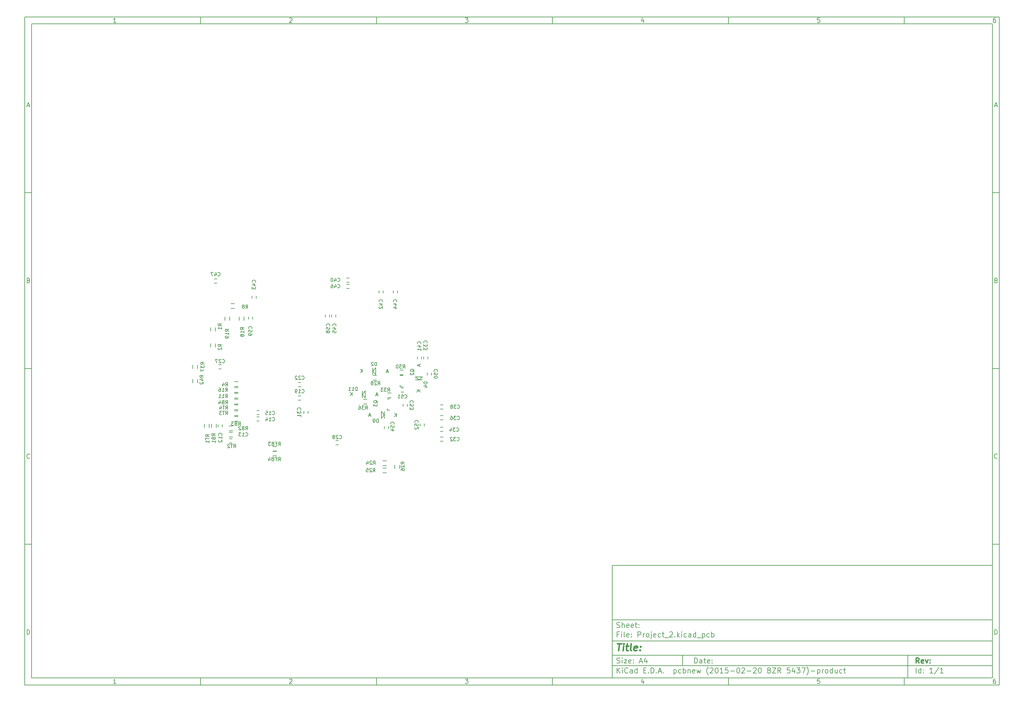
<source format=gbr>
G04 #@! TF.FileFunction,Legend,Bot*
%FSLAX46Y46*%
G04 Gerber Fmt 4.6, Leading zero omitted, Abs format (unit mm)*
G04 Created by KiCad (PCBNEW (2015-02-20 BZR 5437)-product) date Friday, March 13, 2015 'PMt' 12:32:41 PM*
%MOMM*%
G01*
G04 APERTURE LIST*
%ADD10C,0.100000*%
%ADD11C,0.150000*%
%ADD12C,0.300000*%
%ADD13C,0.400000*%
G04 APERTURE END LIST*
D10*
D11*
X177002200Y-166007200D02*
X177002200Y-198007200D01*
X285002200Y-198007200D01*
X285002200Y-166007200D01*
X177002200Y-166007200D01*
D10*
D11*
X10000000Y-10000000D02*
X10000000Y-200007200D01*
X287002200Y-200007200D01*
X287002200Y-10000000D01*
X10000000Y-10000000D01*
D10*
D11*
X12000000Y-12000000D02*
X12000000Y-198007200D01*
X285002200Y-198007200D01*
X285002200Y-12000000D01*
X12000000Y-12000000D01*
D10*
D11*
X60000000Y-12000000D02*
X60000000Y-10000000D01*
D10*
D11*
X110000000Y-12000000D02*
X110000000Y-10000000D01*
D10*
D11*
X160000000Y-12000000D02*
X160000000Y-10000000D01*
D10*
D11*
X210000000Y-12000000D02*
X210000000Y-10000000D01*
D10*
D11*
X260000000Y-12000000D02*
X260000000Y-10000000D01*
D10*
D11*
X35990476Y-11588095D02*
X35247619Y-11588095D01*
X35619048Y-11588095D02*
X35619048Y-10288095D01*
X35495238Y-10473810D01*
X35371429Y-10597619D01*
X35247619Y-10659524D01*
D10*
D11*
X85247619Y-10411905D02*
X85309524Y-10350000D01*
X85433333Y-10288095D01*
X85742857Y-10288095D01*
X85866667Y-10350000D01*
X85928571Y-10411905D01*
X85990476Y-10535714D01*
X85990476Y-10659524D01*
X85928571Y-10845238D01*
X85185714Y-11588095D01*
X85990476Y-11588095D01*
D10*
D11*
X135185714Y-10288095D02*
X135990476Y-10288095D01*
X135557143Y-10783333D01*
X135742857Y-10783333D01*
X135866667Y-10845238D01*
X135928571Y-10907143D01*
X135990476Y-11030952D01*
X135990476Y-11340476D01*
X135928571Y-11464286D01*
X135866667Y-11526190D01*
X135742857Y-11588095D01*
X135371429Y-11588095D01*
X135247619Y-11526190D01*
X135185714Y-11464286D01*
D10*
D11*
X185866667Y-10721429D02*
X185866667Y-11588095D01*
X185557143Y-10226190D02*
X185247619Y-11154762D01*
X186052381Y-11154762D01*
D10*
D11*
X235928571Y-10288095D02*
X235309524Y-10288095D01*
X235247619Y-10907143D01*
X235309524Y-10845238D01*
X235433333Y-10783333D01*
X235742857Y-10783333D01*
X235866667Y-10845238D01*
X235928571Y-10907143D01*
X235990476Y-11030952D01*
X235990476Y-11340476D01*
X235928571Y-11464286D01*
X235866667Y-11526190D01*
X235742857Y-11588095D01*
X235433333Y-11588095D01*
X235309524Y-11526190D01*
X235247619Y-11464286D01*
D10*
D11*
X285866667Y-10288095D02*
X285619048Y-10288095D01*
X285495238Y-10350000D01*
X285433333Y-10411905D01*
X285309524Y-10597619D01*
X285247619Y-10845238D01*
X285247619Y-11340476D01*
X285309524Y-11464286D01*
X285371429Y-11526190D01*
X285495238Y-11588095D01*
X285742857Y-11588095D01*
X285866667Y-11526190D01*
X285928571Y-11464286D01*
X285990476Y-11340476D01*
X285990476Y-11030952D01*
X285928571Y-10907143D01*
X285866667Y-10845238D01*
X285742857Y-10783333D01*
X285495238Y-10783333D01*
X285371429Y-10845238D01*
X285309524Y-10907143D01*
X285247619Y-11030952D01*
D10*
D11*
X60000000Y-198007200D02*
X60000000Y-200007200D01*
D10*
D11*
X110000000Y-198007200D02*
X110000000Y-200007200D01*
D10*
D11*
X160000000Y-198007200D02*
X160000000Y-200007200D01*
D10*
D11*
X210000000Y-198007200D02*
X210000000Y-200007200D01*
D10*
D11*
X260000000Y-198007200D02*
X260000000Y-200007200D01*
D10*
D11*
X35990476Y-199595295D02*
X35247619Y-199595295D01*
X35619048Y-199595295D02*
X35619048Y-198295295D01*
X35495238Y-198481010D01*
X35371429Y-198604819D01*
X35247619Y-198666724D01*
D10*
D11*
X85247619Y-198419105D02*
X85309524Y-198357200D01*
X85433333Y-198295295D01*
X85742857Y-198295295D01*
X85866667Y-198357200D01*
X85928571Y-198419105D01*
X85990476Y-198542914D01*
X85990476Y-198666724D01*
X85928571Y-198852438D01*
X85185714Y-199595295D01*
X85990476Y-199595295D01*
D10*
D11*
X135185714Y-198295295D02*
X135990476Y-198295295D01*
X135557143Y-198790533D01*
X135742857Y-198790533D01*
X135866667Y-198852438D01*
X135928571Y-198914343D01*
X135990476Y-199038152D01*
X135990476Y-199347676D01*
X135928571Y-199471486D01*
X135866667Y-199533390D01*
X135742857Y-199595295D01*
X135371429Y-199595295D01*
X135247619Y-199533390D01*
X135185714Y-199471486D01*
D10*
D11*
X185866667Y-198728629D02*
X185866667Y-199595295D01*
X185557143Y-198233390D02*
X185247619Y-199161962D01*
X186052381Y-199161962D01*
D10*
D11*
X235928571Y-198295295D02*
X235309524Y-198295295D01*
X235247619Y-198914343D01*
X235309524Y-198852438D01*
X235433333Y-198790533D01*
X235742857Y-198790533D01*
X235866667Y-198852438D01*
X235928571Y-198914343D01*
X235990476Y-199038152D01*
X235990476Y-199347676D01*
X235928571Y-199471486D01*
X235866667Y-199533390D01*
X235742857Y-199595295D01*
X235433333Y-199595295D01*
X235309524Y-199533390D01*
X235247619Y-199471486D01*
D10*
D11*
X285866667Y-198295295D02*
X285619048Y-198295295D01*
X285495238Y-198357200D01*
X285433333Y-198419105D01*
X285309524Y-198604819D01*
X285247619Y-198852438D01*
X285247619Y-199347676D01*
X285309524Y-199471486D01*
X285371429Y-199533390D01*
X285495238Y-199595295D01*
X285742857Y-199595295D01*
X285866667Y-199533390D01*
X285928571Y-199471486D01*
X285990476Y-199347676D01*
X285990476Y-199038152D01*
X285928571Y-198914343D01*
X285866667Y-198852438D01*
X285742857Y-198790533D01*
X285495238Y-198790533D01*
X285371429Y-198852438D01*
X285309524Y-198914343D01*
X285247619Y-199038152D01*
D10*
D11*
X10000000Y-60000000D02*
X12000000Y-60000000D01*
D10*
D11*
X10000000Y-110000000D02*
X12000000Y-110000000D01*
D10*
D11*
X10000000Y-160000000D02*
X12000000Y-160000000D01*
D10*
D11*
X10690476Y-35216667D02*
X11309524Y-35216667D01*
X10566667Y-35588095D02*
X11000000Y-34288095D01*
X11433333Y-35588095D01*
D10*
D11*
X11092857Y-84907143D02*
X11278571Y-84969048D01*
X11340476Y-85030952D01*
X11402381Y-85154762D01*
X11402381Y-85340476D01*
X11340476Y-85464286D01*
X11278571Y-85526190D01*
X11154762Y-85588095D01*
X10659524Y-85588095D01*
X10659524Y-84288095D01*
X11092857Y-84288095D01*
X11216667Y-84350000D01*
X11278571Y-84411905D01*
X11340476Y-84535714D01*
X11340476Y-84659524D01*
X11278571Y-84783333D01*
X11216667Y-84845238D01*
X11092857Y-84907143D01*
X10659524Y-84907143D01*
D10*
D11*
X11402381Y-135464286D02*
X11340476Y-135526190D01*
X11154762Y-135588095D01*
X11030952Y-135588095D01*
X10845238Y-135526190D01*
X10721429Y-135402381D01*
X10659524Y-135278571D01*
X10597619Y-135030952D01*
X10597619Y-134845238D01*
X10659524Y-134597619D01*
X10721429Y-134473810D01*
X10845238Y-134350000D01*
X11030952Y-134288095D01*
X11154762Y-134288095D01*
X11340476Y-134350000D01*
X11402381Y-134411905D01*
D10*
D11*
X10659524Y-185588095D02*
X10659524Y-184288095D01*
X10969048Y-184288095D01*
X11154762Y-184350000D01*
X11278571Y-184473810D01*
X11340476Y-184597619D01*
X11402381Y-184845238D01*
X11402381Y-185030952D01*
X11340476Y-185278571D01*
X11278571Y-185402381D01*
X11154762Y-185526190D01*
X10969048Y-185588095D01*
X10659524Y-185588095D01*
D10*
D11*
X287002200Y-60000000D02*
X285002200Y-60000000D01*
D10*
D11*
X287002200Y-110000000D02*
X285002200Y-110000000D01*
D10*
D11*
X287002200Y-160000000D02*
X285002200Y-160000000D01*
D10*
D11*
X285692676Y-35216667D02*
X286311724Y-35216667D01*
X285568867Y-35588095D02*
X286002200Y-34288095D01*
X286435533Y-35588095D01*
D10*
D11*
X286095057Y-84907143D02*
X286280771Y-84969048D01*
X286342676Y-85030952D01*
X286404581Y-85154762D01*
X286404581Y-85340476D01*
X286342676Y-85464286D01*
X286280771Y-85526190D01*
X286156962Y-85588095D01*
X285661724Y-85588095D01*
X285661724Y-84288095D01*
X286095057Y-84288095D01*
X286218867Y-84350000D01*
X286280771Y-84411905D01*
X286342676Y-84535714D01*
X286342676Y-84659524D01*
X286280771Y-84783333D01*
X286218867Y-84845238D01*
X286095057Y-84907143D01*
X285661724Y-84907143D01*
D10*
D11*
X286404581Y-135464286D02*
X286342676Y-135526190D01*
X286156962Y-135588095D01*
X286033152Y-135588095D01*
X285847438Y-135526190D01*
X285723629Y-135402381D01*
X285661724Y-135278571D01*
X285599819Y-135030952D01*
X285599819Y-134845238D01*
X285661724Y-134597619D01*
X285723629Y-134473810D01*
X285847438Y-134350000D01*
X286033152Y-134288095D01*
X286156962Y-134288095D01*
X286342676Y-134350000D01*
X286404581Y-134411905D01*
D10*
D11*
X285661724Y-185588095D02*
X285661724Y-184288095D01*
X285971248Y-184288095D01*
X286156962Y-184350000D01*
X286280771Y-184473810D01*
X286342676Y-184597619D01*
X286404581Y-184845238D01*
X286404581Y-185030952D01*
X286342676Y-185278571D01*
X286280771Y-185402381D01*
X286156962Y-185526190D01*
X285971248Y-185588095D01*
X285661724Y-185588095D01*
D10*
D11*
X200359343Y-193785771D02*
X200359343Y-192285771D01*
X200716486Y-192285771D01*
X200930771Y-192357200D01*
X201073629Y-192500057D01*
X201145057Y-192642914D01*
X201216486Y-192928629D01*
X201216486Y-193142914D01*
X201145057Y-193428629D01*
X201073629Y-193571486D01*
X200930771Y-193714343D01*
X200716486Y-193785771D01*
X200359343Y-193785771D01*
X202502200Y-193785771D02*
X202502200Y-193000057D01*
X202430771Y-192857200D01*
X202287914Y-192785771D01*
X202002200Y-192785771D01*
X201859343Y-192857200D01*
X202502200Y-193714343D02*
X202359343Y-193785771D01*
X202002200Y-193785771D01*
X201859343Y-193714343D01*
X201787914Y-193571486D01*
X201787914Y-193428629D01*
X201859343Y-193285771D01*
X202002200Y-193214343D01*
X202359343Y-193214343D01*
X202502200Y-193142914D01*
X203002200Y-192785771D02*
X203573629Y-192785771D01*
X203216486Y-192285771D02*
X203216486Y-193571486D01*
X203287914Y-193714343D01*
X203430772Y-193785771D01*
X203573629Y-193785771D01*
X204645057Y-193714343D02*
X204502200Y-193785771D01*
X204216486Y-193785771D01*
X204073629Y-193714343D01*
X204002200Y-193571486D01*
X204002200Y-193000057D01*
X204073629Y-192857200D01*
X204216486Y-192785771D01*
X204502200Y-192785771D01*
X204645057Y-192857200D01*
X204716486Y-193000057D01*
X204716486Y-193142914D01*
X204002200Y-193285771D01*
X205359343Y-193642914D02*
X205430771Y-193714343D01*
X205359343Y-193785771D01*
X205287914Y-193714343D01*
X205359343Y-193642914D01*
X205359343Y-193785771D01*
X205359343Y-192857200D02*
X205430771Y-192928629D01*
X205359343Y-193000057D01*
X205287914Y-192928629D01*
X205359343Y-192857200D01*
X205359343Y-193000057D01*
D10*
D11*
X177002200Y-194507200D02*
X285002200Y-194507200D01*
D10*
D11*
X178359343Y-196585771D02*
X178359343Y-195085771D01*
X179216486Y-196585771D02*
X178573629Y-195728629D01*
X179216486Y-195085771D02*
X178359343Y-195942914D01*
X179859343Y-196585771D02*
X179859343Y-195585771D01*
X179859343Y-195085771D02*
X179787914Y-195157200D01*
X179859343Y-195228629D01*
X179930771Y-195157200D01*
X179859343Y-195085771D01*
X179859343Y-195228629D01*
X181430772Y-196442914D02*
X181359343Y-196514343D01*
X181145057Y-196585771D01*
X181002200Y-196585771D01*
X180787915Y-196514343D01*
X180645057Y-196371486D01*
X180573629Y-196228629D01*
X180502200Y-195942914D01*
X180502200Y-195728629D01*
X180573629Y-195442914D01*
X180645057Y-195300057D01*
X180787915Y-195157200D01*
X181002200Y-195085771D01*
X181145057Y-195085771D01*
X181359343Y-195157200D01*
X181430772Y-195228629D01*
X182716486Y-196585771D02*
X182716486Y-195800057D01*
X182645057Y-195657200D01*
X182502200Y-195585771D01*
X182216486Y-195585771D01*
X182073629Y-195657200D01*
X182716486Y-196514343D02*
X182573629Y-196585771D01*
X182216486Y-196585771D01*
X182073629Y-196514343D01*
X182002200Y-196371486D01*
X182002200Y-196228629D01*
X182073629Y-196085771D01*
X182216486Y-196014343D01*
X182573629Y-196014343D01*
X182716486Y-195942914D01*
X184073629Y-196585771D02*
X184073629Y-195085771D01*
X184073629Y-196514343D02*
X183930772Y-196585771D01*
X183645058Y-196585771D01*
X183502200Y-196514343D01*
X183430772Y-196442914D01*
X183359343Y-196300057D01*
X183359343Y-195871486D01*
X183430772Y-195728629D01*
X183502200Y-195657200D01*
X183645058Y-195585771D01*
X183930772Y-195585771D01*
X184073629Y-195657200D01*
X185930772Y-195800057D02*
X186430772Y-195800057D01*
X186645058Y-196585771D02*
X185930772Y-196585771D01*
X185930772Y-195085771D01*
X186645058Y-195085771D01*
X187287915Y-196442914D02*
X187359343Y-196514343D01*
X187287915Y-196585771D01*
X187216486Y-196514343D01*
X187287915Y-196442914D01*
X187287915Y-196585771D01*
X188002201Y-196585771D02*
X188002201Y-195085771D01*
X188359344Y-195085771D01*
X188573629Y-195157200D01*
X188716487Y-195300057D01*
X188787915Y-195442914D01*
X188859344Y-195728629D01*
X188859344Y-195942914D01*
X188787915Y-196228629D01*
X188716487Y-196371486D01*
X188573629Y-196514343D01*
X188359344Y-196585771D01*
X188002201Y-196585771D01*
X189502201Y-196442914D02*
X189573629Y-196514343D01*
X189502201Y-196585771D01*
X189430772Y-196514343D01*
X189502201Y-196442914D01*
X189502201Y-196585771D01*
X190145058Y-196157200D02*
X190859344Y-196157200D01*
X190002201Y-196585771D02*
X190502201Y-195085771D01*
X191002201Y-196585771D01*
X191502201Y-196442914D02*
X191573629Y-196514343D01*
X191502201Y-196585771D01*
X191430772Y-196514343D01*
X191502201Y-196442914D01*
X191502201Y-196585771D01*
X194502201Y-195585771D02*
X194502201Y-197085771D01*
X194502201Y-195657200D02*
X194645058Y-195585771D01*
X194930772Y-195585771D01*
X195073629Y-195657200D01*
X195145058Y-195728629D01*
X195216487Y-195871486D01*
X195216487Y-196300057D01*
X195145058Y-196442914D01*
X195073629Y-196514343D01*
X194930772Y-196585771D01*
X194645058Y-196585771D01*
X194502201Y-196514343D01*
X196502201Y-196514343D02*
X196359344Y-196585771D01*
X196073630Y-196585771D01*
X195930772Y-196514343D01*
X195859344Y-196442914D01*
X195787915Y-196300057D01*
X195787915Y-195871486D01*
X195859344Y-195728629D01*
X195930772Y-195657200D01*
X196073630Y-195585771D01*
X196359344Y-195585771D01*
X196502201Y-195657200D01*
X197145058Y-196585771D02*
X197145058Y-195085771D01*
X197145058Y-195657200D02*
X197287915Y-195585771D01*
X197573629Y-195585771D01*
X197716486Y-195657200D01*
X197787915Y-195728629D01*
X197859344Y-195871486D01*
X197859344Y-196300057D01*
X197787915Y-196442914D01*
X197716486Y-196514343D01*
X197573629Y-196585771D01*
X197287915Y-196585771D01*
X197145058Y-196514343D01*
X198502201Y-195585771D02*
X198502201Y-196585771D01*
X198502201Y-195728629D02*
X198573629Y-195657200D01*
X198716487Y-195585771D01*
X198930772Y-195585771D01*
X199073629Y-195657200D01*
X199145058Y-195800057D01*
X199145058Y-196585771D01*
X200430772Y-196514343D02*
X200287915Y-196585771D01*
X200002201Y-196585771D01*
X199859344Y-196514343D01*
X199787915Y-196371486D01*
X199787915Y-195800057D01*
X199859344Y-195657200D01*
X200002201Y-195585771D01*
X200287915Y-195585771D01*
X200430772Y-195657200D01*
X200502201Y-195800057D01*
X200502201Y-195942914D01*
X199787915Y-196085771D01*
X201002201Y-195585771D02*
X201287915Y-196585771D01*
X201573629Y-195871486D01*
X201859344Y-196585771D01*
X202145058Y-195585771D01*
X204287915Y-197157200D02*
X204216487Y-197085771D01*
X204073630Y-196871486D01*
X204002201Y-196728629D01*
X203930772Y-196514343D01*
X203859344Y-196157200D01*
X203859344Y-195871486D01*
X203930772Y-195514343D01*
X204002201Y-195300057D01*
X204073630Y-195157200D01*
X204216487Y-194942914D01*
X204287915Y-194871486D01*
X204787915Y-195228629D02*
X204859344Y-195157200D01*
X205002201Y-195085771D01*
X205359344Y-195085771D01*
X205502201Y-195157200D01*
X205573630Y-195228629D01*
X205645058Y-195371486D01*
X205645058Y-195514343D01*
X205573630Y-195728629D01*
X204716487Y-196585771D01*
X205645058Y-196585771D01*
X206573629Y-195085771D02*
X206716486Y-195085771D01*
X206859343Y-195157200D01*
X206930772Y-195228629D01*
X207002201Y-195371486D01*
X207073629Y-195657200D01*
X207073629Y-196014343D01*
X207002201Y-196300057D01*
X206930772Y-196442914D01*
X206859343Y-196514343D01*
X206716486Y-196585771D01*
X206573629Y-196585771D01*
X206430772Y-196514343D01*
X206359343Y-196442914D01*
X206287915Y-196300057D01*
X206216486Y-196014343D01*
X206216486Y-195657200D01*
X206287915Y-195371486D01*
X206359343Y-195228629D01*
X206430772Y-195157200D01*
X206573629Y-195085771D01*
X208502200Y-196585771D02*
X207645057Y-196585771D01*
X208073629Y-196585771D02*
X208073629Y-195085771D01*
X207930772Y-195300057D01*
X207787914Y-195442914D01*
X207645057Y-195514343D01*
X209859343Y-195085771D02*
X209145057Y-195085771D01*
X209073628Y-195800057D01*
X209145057Y-195728629D01*
X209287914Y-195657200D01*
X209645057Y-195657200D01*
X209787914Y-195728629D01*
X209859343Y-195800057D01*
X209930771Y-195942914D01*
X209930771Y-196300057D01*
X209859343Y-196442914D01*
X209787914Y-196514343D01*
X209645057Y-196585771D01*
X209287914Y-196585771D01*
X209145057Y-196514343D01*
X209073628Y-196442914D01*
X210573628Y-196014343D02*
X211716485Y-196014343D01*
X212716485Y-195085771D02*
X212859342Y-195085771D01*
X213002199Y-195157200D01*
X213073628Y-195228629D01*
X213145057Y-195371486D01*
X213216485Y-195657200D01*
X213216485Y-196014343D01*
X213145057Y-196300057D01*
X213073628Y-196442914D01*
X213002199Y-196514343D01*
X212859342Y-196585771D01*
X212716485Y-196585771D01*
X212573628Y-196514343D01*
X212502199Y-196442914D01*
X212430771Y-196300057D01*
X212359342Y-196014343D01*
X212359342Y-195657200D01*
X212430771Y-195371486D01*
X212502199Y-195228629D01*
X212573628Y-195157200D01*
X212716485Y-195085771D01*
X213787913Y-195228629D02*
X213859342Y-195157200D01*
X214002199Y-195085771D01*
X214359342Y-195085771D01*
X214502199Y-195157200D01*
X214573628Y-195228629D01*
X214645056Y-195371486D01*
X214645056Y-195514343D01*
X214573628Y-195728629D01*
X213716485Y-196585771D01*
X214645056Y-196585771D01*
X215287913Y-196014343D02*
X216430770Y-196014343D01*
X217073627Y-195228629D02*
X217145056Y-195157200D01*
X217287913Y-195085771D01*
X217645056Y-195085771D01*
X217787913Y-195157200D01*
X217859342Y-195228629D01*
X217930770Y-195371486D01*
X217930770Y-195514343D01*
X217859342Y-195728629D01*
X217002199Y-196585771D01*
X217930770Y-196585771D01*
X218859341Y-195085771D02*
X219002198Y-195085771D01*
X219145055Y-195157200D01*
X219216484Y-195228629D01*
X219287913Y-195371486D01*
X219359341Y-195657200D01*
X219359341Y-196014343D01*
X219287913Y-196300057D01*
X219216484Y-196442914D01*
X219145055Y-196514343D01*
X219002198Y-196585771D01*
X218859341Y-196585771D01*
X218716484Y-196514343D01*
X218645055Y-196442914D01*
X218573627Y-196300057D01*
X218502198Y-196014343D01*
X218502198Y-195657200D01*
X218573627Y-195371486D01*
X218645055Y-195228629D01*
X218716484Y-195157200D01*
X218859341Y-195085771D01*
X221645055Y-195800057D02*
X221859341Y-195871486D01*
X221930769Y-195942914D01*
X222002198Y-196085771D01*
X222002198Y-196300057D01*
X221930769Y-196442914D01*
X221859341Y-196514343D01*
X221716483Y-196585771D01*
X221145055Y-196585771D01*
X221145055Y-195085771D01*
X221645055Y-195085771D01*
X221787912Y-195157200D01*
X221859341Y-195228629D01*
X221930769Y-195371486D01*
X221930769Y-195514343D01*
X221859341Y-195657200D01*
X221787912Y-195728629D01*
X221645055Y-195800057D01*
X221145055Y-195800057D01*
X222502198Y-195085771D02*
X223502198Y-195085771D01*
X222502198Y-196585771D01*
X223502198Y-196585771D01*
X224930769Y-196585771D02*
X224430769Y-195871486D01*
X224073626Y-196585771D02*
X224073626Y-195085771D01*
X224645054Y-195085771D01*
X224787912Y-195157200D01*
X224859340Y-195228629D01*
X224930769Y-195371486D01*
X224930769Y-195585771D01*
X224859340Y-195728629D01*
X224787912Y-195800057D01*
X224645054Y-195871486D01*
X224073626Y-195871486D01*
X227430769Y-195085771D02*
X226716483Y-195085771D01*
X226645054Y-195800057D01*
X226716483Y-195728629D01*
X226859340Y-195657200D01*
X227216483Y-195657200D01*
X227359340Y-195728629D01*
X227430769Y-195800057D01*
X227502197Y-195942914D01*
X227502197Y-196300057D01*
X227430769Y-196442914D01*
X227359340Y-196514343D01*
X227216483Y-196585771D01*
X226859340Y-196585771D01*
X226716483Y-196514343D01*
X226645054Y-196442914D01*
X228787911Y-195585771D02*
X228787911Y-196585771D01*
X228430768Y-195014343D02*
X228073625Y-196085771D01*
X229002197Y-196085771D01*
X229430768Y-195085771D02*
X230359339Y-195085771D01*
X229859339Y-195657200D01*
X230073625Y-195657200D01*
X230216482Y-195728629D01*
X230287911Y-195800057D01*
X230359339Y-195942914D01*
X230359339Y-196300057D01*
X230287911Y-196442914D01*
X230216482Y-196514343D01*
X230073625Y-196585771D01*
X229645053Y-196585771D01*
X229502196Y-196514343D01*
X229430768Y-196442914D01*
X230859339Y-195085771D02*
X231859339Y-195085771D01*
X231216482Y-196585771D01*
X232287910Y-197157200D02*
X232359338Y-197085771D01*
X232502195Y-196871486D01*
X232573624Y-196728629D01*
X232645053Y-196514343D01*
X232716481Y-196157200D01*
X232716481Y-195871486D01*
X232645053Y-195514343D01*
X232573624Y-195300057D01*
X232502195Y-195157200D01*
X232359338Y-194942914D01*
X232287910Y-194871486D01*
X233430767Y-196014343D02*
X234573624Y-196014343D01*
X235287910Y-195585771D02*
X235287910Y-197085771D01*
X235287910Y-195657200D02*
X235430767Y-195585771D01*
X235716481Y-195585771D01*
X235859338Y-195657200D01*
X235930767Y-195728629D01*
X236002196Y-195871486D01*
X236002196Y-196300057D01*
X235930767Y-196442914D01*
X235859338Y-196514343D01*
X235716481Y-196585771D01*
X235430767Y-196585771D01*
X235287910Y-196514343D01*
X236645053Y-196585771D02*
X236645053Y-195585771D01*
X236645053Y-195871486D02*
X236716481Y-195728629D01*
X236787910Y-195657200D01*
X236930767Y-195585771D01*
X237073624Y-195585771D01*
X237787910Y-196585771D02*
X237645052Y-196514343D01*
X237573624Y-196442914D01*
X237502195Y-196300057D01*
X237502195Y-195871486D01*
X237573624Y-195728629D01*
X237645052Y-195657200D01*
X237787910Y-195585771D01*
X238002195Y-195585771D01*
X238145052Y-195657200D01*
X238216481Y-195728629D01*
X238287910Y-195871486D01*
X238287910Y-196300057D01*
X238216481Y-196442914D01*
X238145052Y-196514343D01*
X238002195Y-196585771D01*
X237787910Y-196585771D01*
X239573624Y-196585771D02*
X239573624Y-195085771D01*
X239573624Y-196514343D02*
X239430767Y-196585771D01*
X239145053Y-196585771D01*
X239002195Y-196514343D01*
X238930767Y-196442914D01*
X238859338Y-196300057D01*
X238859338Y-195871486D01*
X238930767Y-195728629D01*
X239002195Y-195657200D01*
X239145053Y-195585771D01*
X239430767Y-195585771D01*
X239573624Y-195657200D01*
X240930767Y-195585771D02*
X240930767Y-196585771D01*
X240287910Y-195585771D02*
X240287910Y-196371486D01*
X240359338Y-196514343D01*
X240502196Y-196585771D01*
X240716481Y-196585771D01*
X240859338Y-196514343D01*
X240930767Y-196442914D01*
X242287910Y-196514343D02*
X242145053Y-196585771D01*
X241859339Y-196585771D01*
X241716481Y-196514343D01*
X241645053Y-196442914D01*
X241573624Y-196300057D01*
X241573624Y-195871486D01*
X241645053Y-195728629D01*
X241716481Y-195657200D01*
X241859339Y-195585771D01*
X242145053Y-195585771D01*
X242287910Y-195657200D01*
X242716481Y-195585771D02*
X243287910Y-195585771D01*
X242930767Y-195085771D02*
X242930767Y-196371486D01*
X243002195Y-196514343D01*
X243145053Y-196585771D01*
X243287910Y-196585771D01*
D10*
D11*
X177002200Y-191507200D02*
X285002200Y-191507200D01*
D10*
D12*
X264216486Y-193785771D02*
X263716486Y-193071486D01*
X263359343Y-193785771D02*
X263359343Y-192285771D01*
X263930771Y-192285771D01*
X264073629Y-192357200D01*
X264145057Y-192428629D01*
X264216486Y-192571486D01*
X264216486Y-192785771D01*
X264145057Y-192928629D01*
X264073629Y-193000057D01*
X263930771Y-193071486D01*
X263359343Y-193071486D01*
X265430771Y-193714343D02*
X265287914Y-193785771D01*
X265002200Y-193785771D01*
X264859343Y-193714343D01*
X264787914Y-193571486D01*
X264787914Y-193000057D01*
X264859343Y-192857200D01*
X265002200Y-192785771D01*
X265287914Y-192785771D01*
X265430771Y-192857200D01*
X265502200Y-193000057D01*
X265502200Y-193142914D01*
X264787914Y-193285771D01*
X266002200Y-192785771D02*
X266359343Y-193785771D01*
X266716485Y-192785771D01*
X267287914Y-193642914D02*
X267359342Y-193714343D01*
X267287914Y-193785771D01*
X267216485Y-193714343D01*
X267287914Y-193642914D01*
X267287914Y-193785771D01*
X267287914Y-192857200D02*
X267359342Y-192928629D01*
X267287914Y-193000057D01*
X267216485Y-192928629D01*
X267287914Y-192857200D01*
X267287914Y-193000057D01*
D10*
D11*
X178287914Y-193714343D02*
X178502200Y-193785771D01*
X178859343Y-193785771D01*
X179002200Y-193714343D01*
X179073629Y-193642914D01*
X179145057Y-193500057D01*
X179145057Y-193357200D01*
X179073629Y-193214343D01*
X179002200Y-193142914D01*
X178859343Y-193071486D01*
X178573629Y-193000057D01*
X178430771Y-192928629D01*
X178359343Y-192857200D01*
X178287914Y-192714343D01*
X178287914Y-192571486D01*
X178359343Y-192428629D01*
X178430771Y-192357200D01*
X178573629Y-192285771D01*
X178930771Y-192285771D01*
X179145057Y-192357200D01*
X179787914Y-193785771D02*
X179787914Y-192785771D01*
X179787914Y-192285771D02*
X179716485Y-192357200D01*
X179787914Y-192428629D01*
X179859342Y-192357200D01*
X179787914Y-192285771D01*
X179787914Y-192428629D01*
X180359343Y-192785771D02*
X181145057Y-192785771D01*
X180359343Y-193785771D01*
X181145057Y-193785771D01*
X182287914Y-193714343D02*
X182145057Y-193785771D01*
X181859343Y-193785771D01*
X181716486Y-193714343D01*
X181645057Y-193571486D01*
X181645057Y-193000057D01*
X181716486Y-192857200D01*
X181859343Y-192785771D01*
X182145057Y-192785771D01*
X182287914Y-192857200D01*
X182359343Y-193000057D01*
X182359343Y-193142914D01*
X181645057Y-193285771D01*
X183002200Y-193642914D02*
X183073628Y-193714343D01*
X183002200Y-193785771D01*
X182930771Y-193714343D01*
X183002200Y-193642914D01*
X183002200Y-193785771D01*
X183002200Y-192857200D02*
X183073628Y-192928629D01*
X183002200Y-193000057D01*
X182930771Y-192928629D01*
X183002200Y-192857200D01*
X183002200Y-193000057D01*
X184787914Y-193357200D02*
X185502200Y-193357200D01*
X184645057Y-193785771D02*
X185145057Y-192285771D01*
X185645057Y-193785771D01*
X186787914Y-192785771D02*
X186787914Y-193785771D01*
X186430771Y-192214343D02*
X186073628Y-193285771D01*
X187002200Y-193285771D01*
D10*
D11*
X263359343Y-196585771D02*
X263359343Y-195085771D01*
X264716486Y-196585771D02*
X264716486Y-195085771D01*
X264716486Y-196514343D02*
X264573629Y-196585771D01*
X264287915Y-196585771D01*
X264145057Y-196514343D01*
X264073629Y-196442914D01*
X264002200Y-196300057D01*
X264002200Y-195871486D01*
X264073629Y-195728629D01*
X264145057Y-195657200D01*
X264287915Y-195585771D01*
X264573629Y-195585771D01*
X264716486Y-195657200D01*
X265430772Y-196442914D02*
X265502200Y-196514343D01*
X265430772Y-196585771D01*
X265359343Y-196514343D01*
X265430772Y-196442914D01*
X265430772Y-196585771D01*
X265430772Y-195657200D02*
X265502200Y-195728629D01*
X265430772Y-195800057D01*
X265359343Y-195728629D01*
X265430772Y-195657200D01*
X265430772Y-195800057D01*
X268073629Y-196585771D02*
X267216486Y-196585771D01*
X267645058Y-196585771D02*
X267645058Y-195085771D01*
X267502201Y-195300057D01*
X267359343Y-195442914D01*
X267216486Y-195514343D01*
X269787914Y-195014343D02*
X268502200Y-196942914D01*
X271073629Y-196585771D02*
X270216486Y-196585771D01*
X270645058Y-196585771D02*
X270645058Y-195085771D01*
X270502201Y-195300057D01*
X270359343Y-195442914D01*
X270216486Y-195514343D01*
D10*
D11*
X177002200Y-187507200D02*
X285002200Y-187507200D01*
D10*
D13*
X178454581Y-188211962D02*
X179597438Y-188211962D01*
X178776010Y-190211962D02*
X179026010Y-188211962D01*
X180014105Y-190211962D02*
X180180771Y-188878629D01*
X180264105Y-188211962D02*
X180156962Y-188307200D01*
X180240295Y-188402438D01*
X180347439Y-188307200D01*
X180264105Y-188211962D01*
X180240295Y-188402438D01*
X180847438Y-188878629D02*
X181609343Y-188878629D01*
X181216486Y-188211962D02*
X181002200Y-189926248D01*
X181073630Y-190116724D01*
X181252201Y-190211962D01*
X181442677Y-190211962D01*
X182395058Y-190211962D02*
X182216487Y-190116724D01*
X182145057Y-189926248D01*
X182359343Y-188211962D01*
X183930772Y-190116724D02*
X183728391Y-190211962D01*
X183347439Y-190211962D01*
X183168867Y-190116724D01*
X183097438Y-189926248D01*
X183192676Y-189164343D01*
X183311724Y-188973867D01*
X183514105Y-188878629D01*
X183895057Y-188878629D01*
X184073629Y-188973867D01*
X184145057Y-189164343D01*
X184121248Y-189354819D01*
X183145057Y-189545295D01*
X184895057Y-190021486D02*
X184978392Y-190116724D01*
X184871248Y-190211962D01*
X184787915Y-190116724D01*
X184895057Y-190021486D01*
X184871248Y-190211962D01*
X185026010Y-188973867D02*
X185109344Y-189069105D01*
X185002200Y-189164343D01*
X184918867Y-189069105D01*
X185026010Y-188973867D01*
X185002200Y-189164343D01*
D10*
D11*
X178859343Y-185600057D02*
X178359343Y-185600057D01*
X178359343Y-186385771D02*
X178359343Y-184885771D01*
X179073629Y-184885771D01*
X179645057Y-186385771D02*
X179645057Y-185385771D01*
X179645057Y-184885771D02*
X179573628Y-184957200D01*
X179645057Y-185028629D01*
X179716485Y-184957200D01*
X179645057Y-184885771D01*
X179645057Y-185028629D01*
X180573629Y-186385771D02*
X180430771Y-186314343D01*
X180359343Y-186171486D01*
X180359343Y-184885771D01*
X181716485Y-186314343D02*
X181573628Y-186385771D01*
X181287914Y-186385771D01*
X181145057Y-186314343D01*
X181073628Y-186171486D01*
X181073628Y-185600057D01*
X181145057Y-185457200D01*
X181287914Y-185385771D01*
X181573628Y-185385771D01*
X181716485Y-185457200D01*
X181787914Y-185600057D01*
X181787914Y-185742914D01*
X181073628Y-185885771D01*
X182430771Y-186242914D02*
X182502199Y-186314343D01*
X182430771Y-186385771D01*
X182359342Y-186314343D01*
X182430771Y-186242914D01*
X182430771Y-186385771D01*
X182430771Y-185457200D02*
X182502199Y-185528629D01*
X182430771Y-185600057D01*
X182359342Y-185528629D01*
X182430771Y-185457200D01*
X182430771Y-185600057D01*
X184287914Y-186385771D02*
X184287914Y-184885771D01*
X184859342Y-184885771D01*
X185002200Y-184957200D01*
X185073628Y-185028629D01*
X185145057Y-185171486D01*
X185145057Y-185385771D01*
X185073628Y-185528629D01*
X185002200Y-185600057D01*
X184859342Y-185671486D01*
X184287914Y-185671486D01*
X185787914Y-186385771D02*
X185787914Y-185385771D01*
X185787914Y-185671486D02*
X185859342Y-185528629D01*
X185930771Y-185457200D01*
X186073628Y-185385771D01*
X186216485Y-185385771D01*
X186930771Y-186385771D02*
X186787913Y-186314343D01*
X186716485Y-186242914D01*
X186645056Y-186100057D01*
X186645056Y-185671486D01*
X186716485Y-185528629D01*
X186787913Y-185457200D01*
X186930771Y-185385771D01*
X187145056Y-185385771D01*
X187287913Y-185457200D01*
X187359342Y-185528629D01*
X187430771Y-185671486D01*
X187430771Y-186100057D01*
X187359342Y-186242914D01*
X187287913Y-186314343D01*
X187145056Y-186385771D01*
X186930771Y-186385771D01*
X188073628Y-185385771D02*
X188073628Y-186671486D01*
X188002199Y-186814343D01*
X187859342Y-186885771D01*
X187787914Y-186885771D01*
X188073628Y-184885771D02*
X188002199Y-184957200D01*
X188073628Y-185028629D01*
X188145056Y-184957200D01*
X188073628Y-184885771D01*
X188073628Y-185028629D01*
X189359342Y-186314343D02*
X189216485Y-186385771D01*
X188930771Y-186385771D01*
X188787914Y-186314343D01*
X188716485Y-186171486D01*
X188716485Y-185600057D01*
X188787914Y-185457200D01*
X188930771Y-185385771D01*
X189216485Y-185385771D01*
X189359342Y-185457200D01*
X189430771Y-185600057D01*
X189430771Y-185742914D01*
X188716485Y-185885771D01*
X190716485Y-186314343D02*
X190573628Y-186385771D01*
X190287914Y-186385771D01*
X190145056Y-186314343D01*
X190073628Y-186242914D01*
X190002199Y-186100057D01*
X190002199Y-185671486D01*
X190073628Y-185528629D01*
X190145056Y-185457200D01*
X190287914Y-185385771D01*
X190573628Y-185385771D01*
X190716485Y-185457200D01*
X191145056Y-185385771D02*
X191716485Y-185385771D01*
X191359342Y-184885771D02*
X191359342Y-186171486D01*
X191430770Y-186314343D01*
X191573628Y-186385771D01*
X191716485Y-186385771D01*
X191859342Y-186528629D02*
X193002199Y-186528629D01*
X193287913Y-185028629D02*
X193359342Y-184957200D01*
X193502199Y-184885771D01*
X193859342Y-184885771D01*
X194002199Y-184957200D01*
X194073628Y-185028629D01*
X194145056Y-185171486D01*
X194145056Y-185314343D01*
X194073628Y-185528629D01*
X193216485Y-186385771D01*
X194145056Y-186385771D01*
X194787913Y-186242914D02*
X194859341Y-186314343D01*
X194787913Y-186385771D01*
X194716484Y-186314343D01*
X194787913Y-186242914D01*
X194787913Y-186385771D01*
X195502199Y-186385771D02*
X195502199Y-184885771D01*
X195645056Y-185814343D02*
X196073627Y-186385771D01*
X196073627Y-185385771D02*
X195502199Y-185957200D01*
X196716485Y-186385771D02*
X196716485Y-185385771D01*
X196716485Y-184885771D02*
X196645056Y-184957200D01*
X196716485Y-185028629D01*
X196787913Y-184957200D01*
X196716485Y-184885771D01*
X196716485Y-185028629D01*
X198073628Y-186314343D02*
X197930771Y-186385771D01*
X197645057Y-186385771D01*
X197502199Y-186314343D01*
X197430771Y-186242914D01*
X197359342Y-186100057D01*
X197359342Y-185671486D01*
X197430771Y-185528629D01*
X197502199Y-185457200D01*
X197645057Y-185385771D01*
X197930771Y-185385771D01*
X198073628Y-185457200D01*
X199359342Y-186385771D02*
X199359342Y-185600057D01*
X199287913Y-185457200D01*
X199145056Y-185385771D01*
X198859342Y-185385771D01*
X198716485Y-185457200D01*
X199359342Y-186314343D02*
X199216485Y-186385771D01*
X198859342Y-186385771D01*
X198716485Y-186314343D01*
X198645056Y-186171486D01*
X198645056Y-186028629D01*
X198716485Y-185885771D01*
X198859342Y-185814343D01*
X199216485Y-185814343D01*
X199359342Y-185742914D01*
X200716485Y-186385771D02*
X200716485Y-184885771D01*
X200716485Y-186314343D02*
X200573628Y-186385771D01*
X200287914Y-186385771D01*
X200145056Y-186314343D01*
X200073628Y-186242914D01*
X200002199Y-186100057D01*
X200002199Y-185671486D01*
X200073628Y-185528629D01*
X200145056Y-185457200D01*
X200287914Y-185385771D01*
X200573628Y-185385771D01*
X200716485Y-185457200D01*
X201073628Y-186528629D02*
X202216485Y-186528629D01*
X202573628Y-185385771D02*
X202573628Y-186885771D01*
X202573628Y-185457200D02*
X202716485Y-185385771D01*
X203002199Y-185385771D01*
X203145056Y-185457200D01*
X203216485Y-185528629D01*
X203287914Y-185671486D01*
X203287914Y-186100057D01*
X203216485Y-186242914D01*
X203145056Y-186314343D01*
X203002199Y-186385771D01*
X202716485Y-186385771D01*
X202573628Y-186314343D01*
X204573628Y-186314343D02*
X204430771Y-186385771D01*
X204145057Y-186385771D01*
X204002199Y-186314343D01*
X203930771Y-186242914D01*
X203859342Y-186100057D01*
X203859342Y-185671486D01*
X203930771Y-185528629D01*
X204002199Y-185457200D01*
X204145057Y-185385771D01*
X204430771Y-185385771D01*
X204573628Y-185457200D01*
X205216485Y-186385771D02*
X205216485Y-184885771D01*
X205216485Y-185457200D02*
X205359342Y-185385771D01*
X205645056Y-185385771D01*
X205787913Y-185457200D01*
X205859342Y-185528629D01*
X205930771Y-185671486D01*
X205930771Y-186100057D01*
X205859342Y-186242914D01*
X205787913Y-186314343D01*
X205645056Y-186385771D01*
X205359342Y-186385771D01*
X205216485Y-186314343D01*
D10*
D11*
X177002200Y-181507200D02*
X285002200Y-181507200D01*
D10*
D11*
X178287914Y-183614343D02*
X178502200Y-183685771D01*
X178859343Y-183685771D01*
X179002200Y-183614343D01*
X179073629Y-183542914D01*
X179145057Y-183400057D01*
X179145057Y-183257200D01*
X179073629Y-183114343D01*
X179002200Y-183042914D01*
X178859343Y-182971486D01*
X178573629Y-182900057D01*
X178430771Y-182828629D01*
X178359343Y-182757200D01*
X178287914Y-182614343D01*
X178287914Y-182471486D01*
X178359343Y-182328629D01*
X178430771Y-182257200D01*
X178573629Y-182185771D01*
X178930771Y-182185771D01*
X179145057Y-182257200D01*
X179787914Y-183685771D02*
X179787914Y-182185771D01*
X180430771Y-183685771D02*
X180430771Y-182900057D01*
X180359342Y-182757200D01*
X180216485Y-182685771D01*
X180002200Y-182685771D01*
X179859342Y-182757200D01*
X179787914Y-182828629D01*
X181716485Y-183614343D02*
X181573628Y-183685771D01*
X181287914Y-183685771D01*
X181145057Y-183614343D01*
X181073628Y-183471486D01*
X181073628Y-182900057D01*
X181145057Y-182757200D01*
X181287914Y-182685771D01*
X181573628Y-182685771D01*
X181716485Y-182757200D01*
X181787914Y-182900057D01*
X181787914Y-183042914D01*
X181073628Y-183185771D01*
X183002199Y-183614343D02*
X182859342Y-183685771D01*
X182573628Y-183685771D01*
X182430771Y-183614343D01*
X182359342Y-183471486D01*
X182359342Y-182900057D01*
X182430771Y-182757200D01*
X182573628Y-182685771D01*
X182859342Y-182685771D01*
X183002199Y-182757200D01*
X183073628Y-182900057D01*
X183073628Y-183042914D01*
X182359342Y-183185771D01*
X183502199Y-182685771D02*
X184073628Y-182685771D01*
X183716485Y-182185771D02*
X183716485Y-183471486D01*
X183787913Y-183614343D01*
X183930771Y-183685771D01*
X184073628Y-183685771D01*
X184573628Y-183542914D02*
X184645056Y-183614343D01*
X184573628Y-183685771D01*
X184502199Y-183614343D01*
X184573628Y-183542914D01*
X184573628Y-183685771D01*
X184573628Y-182757200D02*
X184645056Y-182828629D01*
X184573628Y-182900057D01*
X184502199Y-182828629D01*
X184573628Y-182757200D01*
X184573628Y-182900057D01*
D10*
D11*
X197002200Y-191507200D02*
X197002200Y-194507200D01*
D10*
D11*
X261002200Y-191507200D02*
X261002200Y-198007200D01*
X69604000Y-120055000D02*
X70604000Y-120055000D01*
X70604000Y-118705000D02*
X69604000Y-118705000D01*
X68080000Y-127675000D02*
X69080000Y-127675000D01*
X69080000Y-126325000D02*
X68080000Y-126325000D01*
X116743480Y-115138200D02*
X116743480Y-114647980D01*
X117444520Y-115138200D02*
X116743480Y-115138200D01*
X117444520Y-111937800D02*
X116743480Y-111937800D01*
X113060480Y-121869200D02*
X113060480Y-121378980D01*
X113761520Y-121869200D02*
X113060480Y-121869200D01*
X113761520Y-118668800D02*
X113060480Y-118668800D01*
X70604000Y-113752000D02*
X69604000Y-113752000D01*
X69604000Y-115102000D02*
X70604000Y-115102000D01*
X108897420Y-110744000D02*
X109745780Y-109743240D01*
X109745780Y-109743240D02*
X109745780Y-111744760D01*
X109745780Y-111744760D02*
X108897420Y-110744000D01*
X108897420Y-110744000D02*
X108897420Y-111744760D01*
X108897420Y-110744000D02*
X108897420Y-109743240D01*
X122047000Y-113225580D02*
X121046240Y-112377220D01*
X121046240Y-112377220D02*
X123047760Y-112377220D01*
X123047760Y-112377220D02*
X122047000Y-113225580D01*
X122047000Y-113225580D02*
X123047760Y-113225580D01*
X122047000Y-113225580D02*
X121046240Y-113225580D01*
X112209580Y-123190000D02*
X111361220Y-124190760D01*
X111361220Y-124190760D02*
X111361220Y-122189240D01*
X111361220Y-122189240D02*
X112209580Y-123190000D01*
X112209580Y-123190000D02*
X112209580Y-122189240D01*
X112209580Y-123190000D02*
X112209580Y-124190760D01*
X105976420Y-117348000D02*
X106824780Y-116347240D01*
X106824780Y-116347240D02*
X106824780Y-118348760D01*
X106824780Y-118348760D02*
X105976420Y-117348000D01*
X105976420Y-117348000D02*
X105976420Y-118348760D01*
X105976420Y-117348000D02*
X105976420Y-116347240D01*
X64932000Y-125888000D02*
X64932000Y-126588000D01*
X66132000Y-126588000D02*
X66132000Y-125888000D01*
X68930000Y-129956000D02*
X68230000Y-129956000D01*
X68230000Y-131156000D02*
X68930000Y-131156000D01*
X75977000Y-124933000D02*
X76677000Y-124933000D01*
X76677000Y-123733000D02*
X75977000Y-123733000D01*
X75977000Y-123155000D02*
X76677000Y-123155000D01*
X76677000Y-121955000D02*
X75977000Y-121955000D01*
X88488000Y-117764000D02*
X87788000Y-117764000D01*
X87788000Y-118964000D02*
X88488000Y-118964000D01*
X88488000Y-113954000D02*
X87788000Y-113954000D01*
X87788000Y-115154000D02*
X88488000Y-115154000D01*
X64175000Y-99306000D02*
X64175000Y-98306000D01*
X62825000Y-98306000D02*
X62825000Y-99306000D01*
X64175000Y-103878000D02*
X64175000Y-102878000D01*
X62825000Y-102878000D02*
X62825000Y-103878000D01*
X69588000Y-91527000D02*
X68588000Y-91527000D01*
X68588000Y-92877000D02*
X69588000Y-92877000D01*
X70604000Y-117054000D02*
X69604000Y-117054000D01*
X69604000Y-118404000D02*
X70604000Y-118404000D01*
X70604000Y-115403000D02*
X69604000Y-115403000D01*
X69604000Y-116753000D02*
X70604000Y-116753000D01*
X72303000Y-96258000D02*
X72303000Y-95258000D01*
X70953000Y-95258000D02*
X70953000Y-96258000D01*
X68239000Y-96258000D02*
X68239000Y-95258000D01*
X66889000Y-95258000D02*
X66889000Y-96258000D01*
X112768000Y-136231000D02*
X111768000Y-136231000D01*
X111768000Y-137581000D02*
X112768000Y-137581000D01*
X112768000Y-138263000D02*
X111768000Y-138263000D01*
X111768000Y-139613000D02*
X112768000Y-139613000D01*
X116499000Y-138422000D02*
X116499000Y-137422000D01*
X115149000Y-137422000D02*
X115149000Y-138422000D01*
X108974000Y-113324000D02*
X109974000Y-113324000D01*
X109974000Y-111974000D02*
X108974000Y-111974000D01*
X117594000Y-110450000D02*
X116594000Y-110450000D01*
X116594000Y-111800000D02*
X117594000Y-111800000D01*
X114165000Y-116927000D02*
X113165000Y-116927000D01*
X113165000Y-118277000D02*
X114165000Y-118277000D01*
X106307000Y-120055000D02*
X107307000Y-120055000D01*
X107307000Y-118705000D02*
X106307000Y-118705000D01*
X59095000Y-109974000D02*
X59095000Y-108974000D01*
X57745000Y-108974000D02*
X57745000Y-109974000D01*
X59095000Y-114038000D02*
X59095000Y-113038000D01*
X57745000Y-113038000D02*
X57745000Y-114038000D01*
X64429000Y-126738000D02*
X64429000Y-125738000D01*
X63079000Y-125738000D02*
X63079000Y-126738000D01*
X69604000Y-125008000D02*
X70604000Y-125008000D01*
X70604000Y-123658000D02*
X69604000Y-123658000D01*
X80526000Y-134787000D02*
X81526000Y-134787000D01*
X81526000Y-133437000D02*
X80526000Y-133437000D01*
X81526000Y-132167000D02*
X80526000Y-132167000D01*
X80526000Y-133517000D02*
X81526000Y-133517000D01*
X61047000Y-125738000D02*
X61047000Y-126738000D01*
X62397000Y-126738000D02*
X62397000Y-125738000D01*
X69080000Y-128103000D02*
X68080000Y-128103000D01*
X68080000Y-129453000D02*
X69080000Y-129453000D01*
X70604000Y-122007000D02*
X69604000Y-122007000D01*
X69604000Y-123357000D02*
X70604000Y-123357000D01*
X70604000Y-120356000D02*
X69604000Y-120356000D01*
X69604000Y-121706000D02*
X70604000Y-121706000D01*
X65182000Y-110074000D02*
X65882000Y-110074000D01*
X65882000Y-108874000D02*
X65182000Y-108874000D01*
X98456000Y-131664000D02*
X99156000Y-131664000D01*
X99156000Y-130464000D02*
X98456000Y-130464000D01*
X89316000Y-122078000D02*
X89316000Y-122778000D01*
X90516000Y-122778000D02*
X90516000Y-122078000D01*
X128874000Y-129448000D02*
X128174000Y-129448000D01*
X128174000Y-130648000D02*
X128874000Y-130648000D01*
X123352000Y-106584000D02*
X123352000Y-107284000D01*
X124552000Y-107284000D02*
X124552000Y-106584000D01*
X128874000Y-126654000D02*
X128174000Y-126654000D01*
X128174000Y-127854000D02*
X128874000Y-127854000D01*
X128874000Y-123352000D02*
X128174000Y-123352000D01*
X128174000Y-124552000D02*
X128874000Y-124552000D01*
X128874000Y-120304000D02*
X128174000Y-120304000D01*
X128174000Y-121504000D02*
X128874000Y-121504000D01*
X102204000Y-84236000D02*
X101504000Y-84236000D01*
X101504000Y-85436000D02*
X102204000Y-85436000D01*
X121574000Y-106584000D02*
X121574000Y-107284000D01*
X122774000Y-107284000D02*
X122774000Y-106584000D01*
X110652000Y-87788000D02*
X110652000Y-88488000D01*
X111852000Y-88488000D02*
X111852000Y-87788000D01*
X74584000Y-89312000D02*
X74584000Y-90012000D01*
X75784000Y-90012000D02*
X75784000Y-89312000D01*
X114716000Y-87788000D02*
X114716000Y-88488000D01*
X115916000Y-88488000D02*
X115916000Y-87788000D01*
X97190000Y-94646000D02*
X97190000Y-95346000D01*
X98390000Y-95346000D02*
X98390000Y-94646000D01*
X102204000Y-86014000D02*
X101504000Y-86014000D01*
X101504000Y-87214000D02*
X102204000Y-87214000D01*
X64612000Y-84490000D02*
X63912000Y-84490000D01*
X63912000Y-85690000D02*
X64612000Y-85690000D01*
X125568000Y-111856000D02*
X125568000Y-111156000D01*
X124368000Y-111156000D02*
X124368000Y-111856000D01*
X116998000Y-116678000D02*
X117698000Y-116678000D01*
X117698000Y-115478000D02*
X116998000Y-115478000D01*
X122336000Y-125634000D02*
X122336000Y-126334000D01*
X123536000Y-126334000D02*
X123536000Y-125634000D01*
X118710000Y-120746000D02*
X118710000Y-120046000D01*
X117510000Y-120046000D02*
X117510000Y-120746000D01*
X113376000Y-127096000D02*
X113376000Y-126396000D01*
X112176000Y-126396000D02*
X112176000Y-127096000D01*
X95412000Y-94646000D02*
X95412000Y-95346000D01*
X96612000Y-95346000D02*
X96612000Y-94646000D01*
X73568000Y-95281000D02*
X73568000Y-95981000D01*
X74768000Y-95981000D02*
X74768000Y-95281000D01*
X67087666Y-120086381D02*
X67421000Y-119610190D01*
X67659095Y-120086381D02*
X67659095Y-119086381D01*
X67278142Y-119086381D01*
X67182904Y-119134000D01*
X67135285Y-119181619D01*
X67087666Y-119276857D01*
X67087666Y-119419714D01*
X67135285Y-119514952D01*
X67182904Y-119562571D01*
X67278142Y-119610190D01*
X67659095Y-119610190D01*
X66325761Y-119562571D02*
X66182904Y-119610190D01*
X66135285Y-119657810D01*
X66087666Y-119753048D01*
X66087666Y-119895905D01*
X66135285Y-119991143D01*
X66182904Y-120038762D01*
X66278142Y-120086381D01*
X66659095Y-120086381D01*
X66659095Y-119086381D01*
X66325761Y-119086381D01*
X66230523Y-119134000D01*
X66182904Y-119181619D01*
X66135285Y-119276857D01*
X66135285Y-119372095D01*
X66182904Y-119467333D01*
X66230523Y-119514952D01*
X66325761Y-119562571D01*
X66659095Y-119562571D01*
X65230523Y-119419714D02*
X65230523Y-120086381D01*
X65468619Y-119038762D02*
X65706714Y-119753048D01*
X65087666Y-119753048D01*
X72802666Y-127452381D02*
X73136000Y-126976190D01*
X73374095Y-127452381D02*
X73374095Y-126452381D01*
X72993142Y-126452381D01*
X72897904Y-126500000D01*
X72850285Y-126547619D01*
X72802666Y-126642857D01*
X72802666Y-126785714D01*
X72850285Y-126880952D01*
X72897904Y-126928571D01*
X72993142Y-126976190D01*
X73374095Y-126976190D01*
X72040761Y-126928571D02*
X71897904Y-126976190D01*
X71850285Y-127023810D01*
X71802666Y-127119048D01*
X71802666Y-127261905D01*
X71850285Y-127357143D01*
X71897904Y-127404762D01*
X71993142Y-127452381D01*
X72374095Y-127452381D01*
X72374095Y-126452381D01*
X72040761Y-126452381D01*
X71945523Y-126500000D01*
X71897904Y-126547619D01*
X71850285Y-126642857D01*
X71850285Y-126738095D01*
X71897904Y-126833333D01*
X71945523Y-126880952D01*
X72040761Y-126928571D01*
X72374095Y-126928571D01*
X71421714Y-126547619D02*
X71374095Y-126500000D01*
X71278857Y-126452381D01*
X71040761Y-126452381D01*
X70945523Y-126500000D01*
X70897904Y-126547619D01*
X70850285Y-126642857D01*
X70850285Y-126738095D01*
X70897904Y-126880952D01*
X71469333Y-127452381D01*
X70850285Y-127452381D01*
X120689619Y-110902762D02*
X120642000Y-110807524D01*
X120546762Y-110712286D01*
X120403905Y-110569429D01*
X120356286Y-110474190D01*
X120356286Y-110378952D01*
X120594381Y-110426571D02*
X120546762Y-110331333D01*
X120451524Y-110236095D01*
X120261048Y-110188476D01*
X119927714Y-110188476D01*
X119737238Y-110236095D01*
X119642000Y-110331333D01*
X119594381Y-110426571D01*
X119594381Y-110617048D01*
X119642000Y-110712286D01*
X119737238Y-110807524D01*
X119927714Y-110855143D01*
X120261048Y-110855143D01*
X120451524Y-110807524D01*
X120546762Y-110712286D01*
X120594381Y-110617048D01*
X120594381Y-110426571D01*
X119689619Y-111236095D02*
X119642000Y-111283714D01*
X119594381Y-111378952D01*
X119594381Y-111617048D01*
X119642000Y-111712286D01*
X119689619Y-111759905D01*
X119784857Y-111807524D01*
X119880095Y-111807524D01*
X120022952Y-111759905D01*
X120594381Y-111188476D01*
X120594381Y-111807524D01*
X110275619Y-119792762D02*
X110228000Y-119697524D01*
X110132762Y-119602286D01*
X109989905Y-119459429D01*
X109942286Y-119364190D01*
X109942286Y-119268952D01*
X110180381Y-119316571D02*
X110132762Y-119221333D01*
X110037524Y-119126095D01*
X109847048Y-119078476D01*
X109513714Y-119078476D01*
X109323238Y-119126095D01*
X109228000Y-119221333D01*
X109180381Y-119316571D01*
X109180381Y-119507048D01*
X109228000Y-119602286D01*
X109323238Y-119697524D01*
X109513714Y-119745143D01*
X109847048Y-119745143D01*
X110037524Y-119697524D01*
X110132762Y-119602286D01*
X110180381Y-119507048D01*
X110180381Y-119316571D01*
X109180381Y-120078476D02*
X109180381Y-120697524D01*
X109561333Y-120364190D01*
X109561333Y-120507048D01*
X109608952Y-120602286D01*
X109656571Y-120649905D01*
X109751810Y-120697524D01*
X109989905Y-120697524D01*
X110085143Y-120649905D01*
X110132762Y-120602286D01*
X110180381Y-120507048D01*
X110180381Y-120221333D01*
X110132762Y-120126095D01*
X110085143Y-120078476D01*
X67095666Y-115006381D02*
X67429000Y-114530190D01*
X67667095Y-115006381D02*
X67667095Y-114006381D01*
X67286142Y-114006381D01*
X67190904Y-114054000D01*
X67143285Y-114101619D01*
X67095666Y-114196857D01*
X67095666Y-114339714D01*
X67143285Y-114434952D01*
X67190904Y-114482571D01*
X67286142Y-114530190D01*
X67667095Y-114530190D01*
X66238523Y-114339714D02*
X66238523Y-115006381D01*
X66476619Y-113958762D02*
X66714714Y-114673048D01*
X66095666Y-114673048D01*
X110054615Y-109189781D02*
X110054615Y-108189781D01*
X109816520Y-108189781D01*
X109673662Y-108237400D01*
X109578424Y-108332638D01*
X109530805Y-108427876D01*
X109483186Y-108618352D01*
X109483186Y-108761210D01*
X109530805Y-108951686D01*
X109578424Y-109046924D01*
X109673662Y-109142162D01*
X109816520Y-109189781D01*
X110054615Y-109189781D01*
X109102234Y-108285019D02*
X109054615Y-108237400D01*
X108959377Y-108189781D01*
X108721281Y-108189781D01*
X108626043Y-108237400D01*
X108578424Y-108285019D01*
X108530805Y-108380257D01*
X108530805Y-108475495D01*
X108578424Y-108618352D01*
X109149853Y-109189781D01*
X108530805Y-109189781D01*
X113273175Y-110900507D02*
X112796984Y-110900507D01*
X113368413Y-111186221D02*
X113035080Y-110186221D01*
X112701746Y-111186221D01*
X105981785Y-111150661D02*
X105981785Y-110150661D01*
X105410356Y-111150661D02*
X105838928Y-110579232D01*
X105410356Y-110150661D02*
X105981785Y-110722090D01*
X124404381Y-113815905D02*
X123404381Y-113815905D01*
X123404381Y-114054000D01*
X123452000Y-114196858D01*
X123547238Y-114292096D01*
X123642476Y-114339715D01*
X123832952Y-114387334D01*
X123975810Y-114387334D01*
X124166286Y-114339715D01*
X124261524Y-114292096D01*
X124356762Y-114196858D01*
X124404381Y-114054000D01*
X124404381Y-113815905D01*
X123737714Y-115244477D02*
X124404381Y-115244477D01*
X123356762Y-115006381D02*
X124071048Y-114768286D01*
X124071048Y-115387334D01*
X122203507Y-108849825D02*
X122203507Y-109326016D01*
X122489221Y-108754587D02*
X121489221Y-109087920D01*
X122489221Y-109421254D01*
X122453661Y-116141215D02*
X121453661Y-116141215D01*
X122453661Y-116712644D02*
X121882232Y-116284072D01*
X121453661Y-116712644D02*
X122025090Y-116141215D01*
X110529595Y-125356881D02*
X110529595Y-124356881D01*
X110291500Y-124356881D01*
X110148642Y-124404500D01*
X110053404Y-124499738D01*
X110005785Y-124594976D01*
X109958166Y-124785452D01*
X109958166Y-124928310D01*
X110005785Y-125118786D01*
X110053404Y-125214024D01*
X110148642Y-125309262D01*
X110291500Y-125356881D01*
X110529595Y-125356881D01*
X109481976Y-125356881D02*
X109291500Y-125356881D01*
X109196261Y-125309262D01*
X109148642Y-125261643D01*
X109053404Y-125118786D01*
X109005785Y-124928310D01*
X109005785Y-124547357D01*
X109053404Y-124452119D01*
X109101023Y-124404500D01*
X109196261Y-124356881D01*
X109386738Y-124356881D01*
X109481976Y-124404500D01*
X109529595Y-124452119D01*
X109577214Y-124547357D01*
X109577214Y-124785452D01*
X109529595Y-124880690D01*
X109481976Y-124928310D01*
X109386738Y-124975929D01*
X109196261Y-124975929D01*
X109101023Y-124928310D01*
X109053404Y-124880690D01*
X109005785Y-124785452D01*
X108310015Y-123366827D02*
X107833824Y-123366827D01*
X108405253Y-123652541D02*
X108071920Y-122652541D01*
X107738586Y-123652541D01*
X115649025Y-123688101D02*
X115649025Y-122688101D01*
X115077596Y-123688101D02*
X115506168Y-123116672D01*
X115077596Y-122688101D02*
X115649025Y-123259530D01*
X104528786Y-116276381D02*
X104528786Y-115276381D01*
X104290691Y-115276381D01*
X104147833Y-115324000D01*
X104052595Y-115419238D01*
X104004976Y-115514476D01*
X103957357Y-115704952D01*
X103957357Y-115847810D01*
X104004976Y-116038286D01*
X104052595Y-116133524D01*
X104147833Y-116228762D01*
X104290691Y-116276381D01*
X104528786Y-116276381D01*
X103004976Y-116276381D02*
X103576405Y-116276381D01*
X103290691Y-116276381D02*
X103290691Y-115276381D01*
X103385929Y-115419238D01*
X103481167Y-115514476D01*
X103576405Y-115562095D01*
X102052595Y-116276381D02*
X102624024Y-116276381D01*
X102338310Y-116276381D02*
X102338310Y-115276381D01*
X102433548Y-115419238D01*
X102528786Y-115514476D01*
X102624024Y-115562095D01*
X110352175Y-117504507D02*
X109875984Y-117504507D01*
X110447413Y-117790221D02*
X110114080Y-116790221D01*
X109780746Y-117790221D01*
X103060785Y-117754661D02*
X103060785Y-116754661D01*
X102489356Y-117754661D02*
X102917928Y-117183232D01*
X102489356Y-116754661D02*
X103060785Y-117326090D01*
X66016143Y-129024143D02*
X66063762Y-128976524D01*
X66111381Y-128833667D01*
X66111381Y-128738429D01*
X66063762Y-128595571D01*
X65968524Y-128500333D01*
X65873286Y-128452714D01*
X65682810Y-128405095D01*
X65539952Y-128405095D01*
X65349476Y-128452714D01*
X65254238Y-128500333D01*
X65159000Y-128595571D01*
X65111381Y-128738429D01*
X65111381Y-128833667D01*
X65159000Y-128976524D01*
X65206619Y-129024143D01*
X66111381Y-129976524D02*
X66111381Y-129405095D01*
X66111381Y-129690809D02*
X65111381Y-129690809D01*
X65254238Y-129595571D01*
X65349476Y-129500333D01*
X65397095Y-129405095D01*
X65206619Y-130357476D02*
X65159000Y-130405095D01*
X65111381Y-130500333D01*
X65111381Y-130738429D01*
X65159000Y-130833667D01*
X65206619Y-130881286D01*
X65301857Y-130928905D01*
X65397095Y-130928905D01*
X65539952Y-130881286D01*
X66111381Y-130309857D01*
X66111381Y-130928905D01*
X72778857Y-129135143D02*
X72826476Y-129182762D01*
X72969333Y-129230381D01*
X73064571Y-129230381D01*
X73207429Y-129182762D01*
X73302667Y-129087524D01*
X73350286Y-128992286D01*
X73397905Y-128801810D01*
X73397905Y-128658952D01*
X73350286Y-128468476D01*
X73302667Y-128373238D01*
X73207429Y-128278000D01*
X73064571Y-128230381D01*
X72969333Y-128230381D01*
X72826476Y-128278000D01*
X72778857Y-128325619D01*
X71826476Y-129230381D02*
X72397905Y-129230381D01*
X72112191Y-129230381D02*
X72112191Y-128230381D01*
X72207429Y-128373238D01*
X72302667Y-128468476D01*
X72397905Y-128516095D01*
X71493143Y-128230381D02*
X70874095Y-128230381D01*
X71207429Y-128611333D01*
X71064571Y-128611333D01*
X70969333Y-128658952D01*
X70921714Y-128706571D01*
X70874095Y-128801810D01*
X70874095Y-129039905D01*
X70921714Y-129135143D01*
X70969333Y-129182762D01*
X71064571Y-129230381D01*
X71350286Y-129230381D01*
X71445524Y-129182762D01*
X71493143Y-129135143D01*
X80398857Y-124817143D02*
X80446476Y-124864762D01*
X80589333Y-124912381D01*
X80684571Y-124912381D01*
X80827429Y-124864762D01*
X80922667Y-124769524D01*
X80970286Y-124674286D01*
X81017905Y-124483810D01*
X81017905Y-124340952D01*
X80970286Y-124150476D01*
X80922667Y-124055238D01*
X80827429Y-123960000D01*
X80684571Y-123912381D01*
X80589333Y-123912381D01*
X80446476Y-123960000D01*
X80398857Y-124007619D01*
X79446476Y-124912381D02*
X80017905Y-124912381D01*
X79732191Y-124912381D02*
X79732191Y-123912381D01*
X79827429Y-124055238D01*
X79922667Y-124150476D01*
X80017905Y-124198095D01*
X78589333Y-124245714D02*
X78589333Y-124912381D01*
X78827429Y-123864762D02*
X79065524Y-124579048D01*
X78446476Y-124579048D01*
X80398857Y-123039143D02*
X80446476Y-123086762D01*
X80589333Y-123134381D01*
X80684571Y-123134381D01*
X80827429Y-123086762D01*
X80922667Y-122991524D01*
X80970286Y-122896286D01*
X81017905Y-122705810D01*
X81017905Y-122562952D01*
X80970286Y-122372476D01*
X80922667Y-122277238D01*
X80827429Y-122182000D01*
X80684571Y-122134381D01*
X80589333Y-122134381D01*
X80446476Y-122182000D01*
X80398857Y-122229619D01*
X79446476Y-123134381D02*
X80017905Y-123134381D01*
X79732191Y-123134381D02*
X79732191Y-122134381D01*
X79827429Y-122277238D01*
X79922667Y-122372476D01*
X80017905Y-122420095D01*
X78541714Y-122134381D02*
X79017905Y-122134381D01*
X79065524Y-122610571D01*
X79017905Y-122562952D01*
X78922667Y-122515333D01*
X78684571Y-122515333D01*
X78589333Y-122562952D01*
X78541714Y-122610571D01*
X78494095Y-122705810D01*
X78494095Y-122943905D01*
X78541714Y-123039143D01*
X78589333Y-123086762D01*
X78684571Y-123134381D01*
X78922667Y-123134381D01*
X79017905Y-123086762D01*
X79065524Y-123039143D01*
X88780857Y-116821143D02*
X88828476Y-116868762D01*
X88971333Y-116916381D01*
X89066571Y-116916381D01*
X89209429Y-116868762D01*
X89304667Y-116773524D01*
X89352286Y-116678286D01*
X89399905Y-116487810D01*
X89399905Y-116344952D01*
X89352286Y-116154476D01*
X89304667Y-116059238D01*
X89209429Y-115964000D01*
X89066571Y-115916381D01*
X88971333Y-115916381D01*
X88828476Y-115964000D01*
X88780857Y-116011619D01*
X87828476Y-116916381D02*
X88399905Y-116916381D01*
X88114191Y-116916381D02*
X88114191Y-115916381D01*
X88209429Y-116059238D01*
X88304667Y-116154476D01*
X88399905Y-116202095D01*
X87352286Y-116916381D02*
X87161810Y-116916381D01*
X87066571Y-116868762D01*
X87018952Y-116821143D01*
X86923714Y-116678286D01*
X86876095Y-116487810D01*
X86876095Y-116106857D01*
X86923714Y-116011619D01*
X86971333Y-115964000D01*
X87066571Y-115916381D01*
X87257048Y-115916381D01*
X87352286Y-115964000D01*
X87399905Y-116011619D01*
X87447524Y-116106857D01*
X87447524Y-116344952D01*
X87399905Y-116440190D01*
X87352286Y-116487810D01*
X87257048Y-116535429D01*
X87066571Y-116535429D01*
X86971333Y-116487810D01*
X86923714Y-116440190D01*
X86876095Y-116344952D01*
X88780857Y-113011143D02*
X88828476Y-113058762D01*
X88971333Y-113106381D01*
X89066571Y-113106381D01*
X89209429Y-113058762D01*
X89304667Y-112963524D01*
X89352286Y-112868286D01*
X89399905Y-112677810D01*
X89399905Y-112534952D01*
X89352286Y-112344476D01*
X89304667Y-112249238D01*
X89209429Y-112154000D01*
X89066571Y-112106381D01*
X88971333Y-112106381D01*
X88828476Y-112154000D01*
X88780857Y-112201619D01*
X88399905Y-112201619D02*
X88352286Y-112154000D01*
X88257048Y-112106381D01*
X88018952Y-112106381D01*
X87923714Y-112154000D01*
X87876095Y-112201619D01*
X87828476Y-112296857D01*
X87828476Y-112392095D01*
X87876095Y-112534952D01*
X88447524Y-113106381D01*
X87828476Y-113106381D01*
X87447524Y-112201619D02*
X87399905Y-112154000D01*
X87304667Y-112106381D01*
X87066571Y-112106381D01*
X86971333Y-112154000D01*
X86923714Y-112201619D01*
X86876095Y-112296857D01*
X86876095Y-112392095D01*
X86923714Y-112534952D01*
X87495143Y-113106381D01*
X86876095Y-113106381D01*
X65984381Y-97877334D02*
X65508190Y-97544000D01*
X65984381Y-97305905D02*
X64984381Y-97305905D01*
X64984381Y-97686858D01*
X65032000Y-97782096D01*
X65079619Y-97829715D01*
X65174857Y-97877334D01*
X65317714Y-97877334D01*
X65412952Y-97829715D01*
X65460571Y-97782096D01*
X65508190Y-97686858D01*
X65508190Y-97305905D01*
X65984381Y-98829715D02*
X65984381Y-98258286D01*
X65984381Y-98544000D02*
X64984381Y-98544000D01*
X65127238Y-98448762D01*
X65222476Y-98353524D01*
X65270095Y-98258286D01*
X65984381Y-103719334D02*
X65508190Y-103386000D01*
X65984381Y-103147905D02*
X64984381Y-103147905D01*
X64984381Y-103528858D01*
X65032000Y-103624096D01*
X65079619Y-103671715D01*
X65174857Y-103719334D01*
X65317714Y-103719334D01*
X65412952Y-103671715D01*
X65460571Y-103624096D01*
X65508190Y-103528858D01*
X65508190Y-103147905D01*
X65079619Y-104100286D02*
X65032000Y-104147905D01*
X64984381Y-104243143D01*
X64984381Y-104481239D01*
X65032000Y-104576477D01*
X65079619Y-104624096D01*
X65174857Y-104671715D01*
X65270095Y-104671715D01*
X65412952Y-104624096D01*
X65984381Y-104052667D01*
X65984381Y-104671715D01*
X72810666Y-92908381D02*
X73144000Y-92432190D01*
X73382095Y-92908381D02*
X73382095Y-91908381D01*
X73001142Y-91908381D01*
X72905904Y-91956000D01*
X72858285Y-92003619D01*
X72810666Y-92098857D01*
X72810666Y-92241714D01*
X72858285Y-92336952D01*
X72905904Y-92384571D01*
X73001142Y-92432190D01*
X73382095Y-92432190D01*
X72239238Y-92336952D02*
X72334476Y-92289333D01*
X72382095Y-92241714D01*
X72429714Y-92146476D01*
X72429714Y-92098857D01*
X72382095Y-92003619D01*
X72334476Y-91956000D01*
X72239238Y-91908381D01*
X72048761Y-91908381D01*
X71953523Y-91956000D01*
X71905904Y-92003619D01*
X71858285Y-92098857D01*
X71858285Y-92146476D01*
X71905904Y-92241714D01*
X71953523Y-92289333D01*
X72048761Y-92336952D01*
X72239238Y-92336952D01*
X72334476Y-92384571D01*
X72382095Y-92432190D01*
X72429714Y-92527429D01*
X72429714Y-92717905D01*
X72382095Y-92813143D01*
X72334476Y-92860762D01*
X72239238Y-92908381D01*
X72048761Y-92908381D01*
X71953523Y-92860762D01*
X71905904Y-92813143D01*
X71858285Y-92717905D01*
X71858285Y-92527429D01*
X71905904Y-92432190D01*
X71953523Y-92384571D01*
X72048761Y-92336952D01*
X67063857Y-118308381D02*
X67397191Y-117832190D01*
X67635286Y-118308381D02*
X67635286Y-117308381D01*
X67254333Y-117308381D01*
X67159095Y-117356000D01*
X67111476Y-117403619D01*
X67063857Y-117498857D01*
X67063857Y-117641714D01*
X67111476Y-117736952D01*
X67159095Y-117784571D01*
X67254333Y-117832190D01*
X67635286Y-117832190D01*
X66111476Y-118308381D02*
X66682905Y-118308381D01*
X66397191Y-118308381D02*
X66397191Y-117308381D01*
X66492429Y-117451238D01*
X66587667Y-117546476D01*
X66682905Y-117594095D01*
X65159095Y-118308381D02*
X65730524Y-118308381D01*
X65444810Y-118308381D02*
X65444810Y-117308381D01*
X65540048Y-117451238D01*
X65635286Y-117546476D01*
X65730524Y-117594095D01*
X67063857Y-116530381D02*
X67397191Y-116054190D01*
X67635286Y-116530381D02*
X67635286Y-115530381D01*
X67254333Y-115530381D01*
X67159095Y-115578000D01*
X67111476Y-115625619D01*
X67063857Y-115720857D01*
X67063857Y-115863714D01*
X67111476Y-115958952D01*
X67159095Y-116006571D01*
X67254333Y-116054190D01*
X67635286Y-116054190D01*
X66111476Y-116530381D02*
X66682905Y-116530381D01*
X66397191Y-116530381D02*
X66397191Y-115530381D01*
X66492429Y-115673238D01*
X66587667Y-115768476D01*
X66682905Y-115816095D01*
X65254333Y-115530381D02*
X65444810Y-115530381D01*
X65540048Y-115578000D01*
X65587667Y-115625619D01*
X65682905Y-115768476D01*
X65730524Y-115958952D01*
X65730524Y-116339905D01*
X65682905Y-116435143D01*
X65635286Y-116482762D01*
X65540048Y-116530381D01*
X65349571Y-116530381D01*
X65254333Y-116482762D01*
X65206714Y-116435143D01*
X65159095Y-116339905D01*
X65159095Y-116101810D01*
X65206714Y-116006571D01*
X65254333Y-115958952D01*
X65349571Y-115911333D01*
X65540048Y-115911333D01*
X65635286Y-115958952D01*
X65682905Y-116006571D01*
X65730524Y-116101810D01*
X72334381Y-98925143D02*
X71858190Y-98591809D01*
X72334381Y-98353714D02*
X71334381Y-98353714D01*
X71334381Y-98734667D01*
X71382000Y-98829905D01*
X71429619Y-98877524D01*
X71524857Y-98925143D01*
X71667714Y-98925143D01*
X71762952Y-98877524D01*
X71810571Y-98829905D01*
X71858190Y-98734667D01*
X71858190Y-98353714D01*
X72334381Y-99877524D02*
X72334381Y-99306095D01*
X72334381Y-99591809D02*
X71334381Y-99591809D01*
X71477238Y-99496571D01*
X71572476Y-99401333D01*
X71620095Y-99306095D01*
X71762952Y-100448952D02*
X71715333Y-100353714D01*
X71667714Y-100306095D01*
X71572476Y-100258476D01*
X71524857Y-100258476D01*
X71429619Y-100306095D01*
X71382000Y-100353714D01*
X71334381Y-100448952D01*
X71334381Y-100639429D01*
X71382000Y-100734667D01*
X71429619Y-100782286D01*
X71524857Y-100829905D01*
X71572476Y-100829905D01*
X71667714Y-100782286D01*
X71715333Y-100734667D01*
X71762952Y-100639429D01*
X71762952Y-100448952D01*
X71810571Y-100353714D01*
X71858190Y-100306095D01*
X71953429Y-100258476D01*
X72143905Y-100258476D01*
X72239143Y-100306095D01*
X72286762Y-100353714D01*
X72334381Y-100448952D01*
X72334381Y-100639429D01*
X72286762Y-100734667D01*
X72239143Y-100782286D01*
X72143905Y-100829905D01*
X71953429Y-100829905D01*
X71858190Y-100782286D01*
X71810571Y-100734667D01*
X71762952Y-100639429D01*
X68016381Y-99433143D02*
X67540190Y-99099809D01*
X68016381Y-98861714D02*
X67016381Y-98861714D01*
X67016381Y-99242667D01*
X67064000Y-99337905D01*
X67111619Y-99385524D01*
X67206857Y-99433143D01*
X67349714Y-99433143D01*
X67444952Y-99385524D01*
X67492571Y-99337905D01*
X67540190Y-99242667D01*
X67540190Y-98861714D01*
X68016381Y-100385524D02*
X68016381Y-99814095D01*
X68016381Y-100099809D02*
X67016381Y-100099809D01*
X67159238Y-100004571D01*
X67254476Y-99909333D01*
X67302095Y-99814095D01*
X68016381Y-100861714D02*
X68016381Y-101052190D01*
X67968762Y-101147429D01*
X67921143Y-101195048D01*
X67778286Y-101290286D01*
X67587810Y-101337905D01*
X67206857Y-101337905D01*
X67111619Y-101290286D01*
X67064000Y-101242667D01*
X67016381Y-101147429D01*
X67016381Y-100956952D01*
X67064000Y-100861714D01*
X67111619Y-100814095D01*
X67206857Y-100766476D01*
X67444952Y-100766476D01*
X67540190Y-100814095D01*
X67587810Y-100861714D01*
X67635429Y-100956952D01*
X67635429Y-101147429D01*
X67587810Y-101242667D01*
X67540190Y-101290286D01*
X67444952Y-101337905D01*
X109037357Y-137294881D02*
X109370691Y-136818690D01*
X109608786Y-137294881D02*
X109608786Y-136294881D01*
X109227833Y-136294881D01*
X109132595Y-136342500D01*
X109084976Y-136390119D01*
X109037357Y-136485357D01*
X109037357Y-136628214D01*
X109084976Y-136723452D01*
X109132595Y-136771071D01*
X109227833Y-136818690D01*
X109608786Y-136818690D01*
X108656405Y-136390119D02*
X108608786Y-136342500D01*
X108513548Y-136294881D01*
X108275452Y-136294881D01*
X108180214Y-136342500D01*
X108132595Y-136390119D01*
X108084976Y-136485357D01*
X108084976Y-136580595D01*
X108132595Y-136723452D01*
X108704024Y-137294881D01*
X108084976Y-137294881D01*
X107227833Y-136628214D02*
X107227833Y-137294881D01*
X107465929Y-136247262D02*
X107704024Y-136961548D01*
X107084976Y-136961548D01*
X108973857Y-139390381D02*
X109307191Y-138914190D01*
X109545286Y-139390381D02*
X109545286Y-138390381D01*
X109164333Y-138390381D01*
X109069095Y-138438000D01*
X109021476Y-138485619D01*
X108973857Y-138580857D01*
X108973857Y-138723714D01*
X109021476Y-138818952D01*
X109069095Y-138866571D01*
X109164333Y-138914190D01*
X109545286Y-138914190D01*
X108592905Y-138485619D02*
X108545286Y-138438000D01*
X108450048Y-138390381D01*
X108211952Y-138390381D01*
X108116714Y-138438000D01*
X108069095Y-138485619D01*
X108021476Y-138580857D01*
X108021476Y-138676095D01*
X108069095Y-138818952D01*
X108640524Y-139390381D01*
X108021476Y-139390381D01*
X107116714Y-138390381D02*
X107592905Y-138390381D01*
X107640524Y-138866571D01*
X107592905Y-138818952D01*
X107497667Y-138771333D01*
X107259571Y-138771333D01*
X107164333Y-138818952D01*
X107116714Y-138866571D01*
X107069095Y-138961810D01*
X107069095Y-139199905D01*
X107116714Y-139295143D01*
X107164333Y-139342762D01*
X107259571Y-139390381D01*
X107497667Y-139390381D01*
X107592905Y-139342762D01*
X107640524Y-139295143D01*
X117927381Y-137152143D02*
X117451190Y-136818809D01*
X117927381Y-136580714D02*
X116927381Y-136580714D01*
X116927381Y-136961667D01*
X116975000Y-137056905D01*
X117022619Y-137104524D01*
X117117857Y-137152143D01*
X117260714Y-137152143D01*
X117355952Y-137104524D01*
X117403571Y-137056905D01*
X117451190Y-136961667D01*
X117451190Y-136580714D01*
X117022619Y-137533095D02*
X116975000Y-137580714D01*
X116927381Y-137675952D01*
X116927381Y-137914048D01*
X116975000Y-138009286D01*
X117022619Y-138056905D01*
X117117857Y-138104524D01*
X117213095Y-138104524D01*
X117355952Y-138056905D01*
X117927381Y-137485476D01*
X117927381Y-138104524D01*
X116927381Y-138961667D02*
X116927381Y-138771190D01*
X116975000Y-138675952D01*
X117022619Y-138628333D01*
X117165476Y-138533095D01*
X117355952Y-138485476D01*
X117736905Y-138485476D01*
X117832143Y-138533095D01*
X117879762Y-138580714D01*
X117927381Y-138675952D01*
X117927381Y-138866429D01*
X117879762Y-138961667D01*
X117832143Y-139009286D01*
X117736905Y-139056905D01*
X117498810Y-139056905D01*
X117403571Y-139009286D01*
X117355952Y-138961667D01*
X117308333Y-138866429D01*
X117308333Y-138675952D01*
X117355952Y-138580714D01*
X117403571Y-138533095D01*
X117498810Y-138485476D01*
X110370857Y-114625381D02*
X110704191Y-114149190D01*
X110942286Y-114625381D02*
X110942286Y-113625381D01*
X110561333Y-113625381D01*
X110466095Y-113673000D01*
X110418476Y-113720619D01*
X110370857Y-113815857D01*
X110370857Y-113958714D01*
X110418476Y-114053952D01*
X110466095Y-114101571D01*
X110561333Y-114149190D01*
X110942286Y-114149190D01*
X109989905Y-113720619D02*
X109942286Y-113673000D01*
X109847048Y-113625381D01*
X109608952Y-113625381D01*
X109513714Y-113673000D01*
X109466095Y-113720619D01*
X109418476Y-113815857D01*
X109418476Y-113911095D01*
X109466095Y-114053952D01*
X110037524Y-114625381D01*
X109418476Y-114625381D01*
X108847048Y-114053952D02*
X108942286Y-114006333D01*
X108989905Y-113958714D01*
X109037524Y-113863476D01*
X109037524Y-113815857D01*
X108989905Y-113720619D01*
X108942286Y-113673000D01*
X108847048Y-113625381D01*
X108656571Y-113625381D01*
X108561333Y-113673000D01*
X108513714Y-113720619D01*
X108466095Y-113815857D01*
X108466095Y-113863476D01*
X108513714Y-113958714D01*
X108561333Y-114006333D01*
X108656571Y-114053952D01*
X108847048Y-114053952D01*
X108942286Y-114101571D01*
X108989905Y-114149190D01*
X109037524Y-114244429D01*
X109037524Y-114434905D01*
X108989905Y-114530143D01*
X108942286Y-114577762D01*
X108847048Y-114625381D01*
X108656571Y-114625381D01*
X108561333Y-114577762D01*
X108513714Y-114530143D01*
X108466095Y-114434905D01*
X108466095Y-114244429D01*
X108513714Y-114149190D01*
X108561333Y-114101571D01*
X108656571Y-114053952D01*
X117482857Y-109926381D02*
X117816191Y-109450190D01*
X118054286Y-109926381D02*
X118054286Y-108926381D01*
X117673333Y-108926381D01*
X117578095Y-108974000D01*
X117530476Y-109021619D01*
X117482857Y-109116857D01*
X117482857Y-109259714D01*
X117530476Y-109354952D01*
X117578095Y-109402571D01*
X117673333Y-109450190D01*
X118054286Y-109450190D01*
X117149524Y-108926381D02*
X116530476Y-108926381D01*
X116863810Y-109307333D01*
X116720952Y-109307333D01*
X116625714Y-109354952D01*
X116578095Y-109402571D01*
X116530476Y-109497810D01*
X116530476Y-109735905D01*
X116578095Y-109831143D01*
X116625714Y-109878762D01*
X116720952Y-109926381D01*
X117006667Y-109926381D01*
X117101905Y-109878762D01*
X117149524Y-109831143D01*
X115911429Y-108926381D02*
X115816190Y-108926381D01*
X115720952Y-108974000D01*
X115673333Y-109021619D01*
X115625714Y-109116857D01*
X115578095Y-109307333D01*
X115578095Y-109545429D01*
X115625714Y-109735905D01*
X115673333Y-109831143D01*
X115720952Y-109878762D01*
X115816190Y-109926381D01*
X115911429Y-109926381D01*
X116006667Y-109878762D01*
X116054286Y-109831143D01*
X116101905Y-109735905D01*
X116149524Y-109545429D01*
X116149524Y-109307333D01*
X116101905Y-109116857D01*
X116054286Y-109021619D01*
X116006667Y-108974000D01*
X115911429Y-108926381D01*
X113164857Y-116530381D02*
X113498191Y-116054190D01*
X113736286Y-116530381D02*
X113736286Y-115530381D01*
X113355333Y-115530381D01*
X113260095Y-115578000D01*
X113212476Y-115625619D01*
X113164857Y-115720857D01*
X113164857Y-115863714D01*
X113212476Y-115958952D01*
X113260095Y-116006571D01*
X113355333Y-116054190D01*
X113736286Y-116054190D01*
X112831524Y-115530381D02*
X112212476Y-115530381D01*
X112545810Y-115911333D01*
X112402952Y-115911333D01*
X112307714Y-115958952D01*
X112260095Y-116006571D01*
X112212476Y-116101810D01*
X112212476Y-116339905D01*
X112260095Y-116435143D01*
X112307714Y-116482762D01*
X112402952Y-116530381D01*
X112688667Y-116530381D01*
X112783905Y-116482762D01*
X112831524Y-116435143D01*
X111879143Y-115530381D02*
X111260095Y-115530381D01*
X111593429Y-115911333D01*
X111450571Y-115911333D01*
X111355333Y-115958952D01*
X111307714Y-116006571D01*
X111260095Y-116101810D01*
X111260095Y-116339905D01*
X111307714Y-116435143D01*
X111355333Y-116482762D01*
X111450571Y-116530381D01*
X111736286Y-116530381D01*
X111831524Y-116482762D01*
X111879143Y-116435143D01*
X106814857Y-121610381D02*
X107148191Y-121134190D01*
X107386286Y-121610381D02*
X107386286Y-120610381D01*
X107005333Y-120610381D01*
X106910095Y-120658000D01*
X106862476Y-120705619D01*
X106814857Y-120800857D01*
X106814857Y-120943714D01*
X106862476Y-121038952D01*
X106910095Y-121086571D01*
X107005333Y-121134190D01*
X107386286Y-121134190D01*
X106481524Y-120610381D02*
X105862476Y-120610381D01*
X106195810Y-120991333D01*
X106052952Y-120991333D01*
X105957714Y-121038952D01*
X105910095Y-121086571D01*
X105862476Y-121181810D01*
X105862476Y-121419905D01*
X105910095Y-121515143D01*
X105957714Y-121562762D01*
X106052952Y-121610381D01*
X106338667Y-121610381D01*
X106433905Y-121562762D01*
X106481524Y-121515143D01*
X105005333Y-120610381D02*
X105195810Y-120610381D01*
X105291048Y-120658000D01*
X105338667Y-120705619D01*
X105433905Y-120848476D01*
X105481524Y-121038952D01*
X105481524Y-121419905D01*
X105433905Y-121515143D01*
X105386286Y-121562762D01*
X105291048Y-121610381D01*
X105100571Y-121610381D01*
X105005333Y-121562762D01*
X104957714Y-121515143D01*
X104910095Y-121419905D01*
X104910095Y-121181810D01*
X104957714Y-121086571D01*
X105005333Y-121038952D01*
X105100571Y-120991333D01*
X105291048Y-120991333D01*
X105386286Y-121038952D01*
X105433905Y-121086571D01*
X105481524Y-121181810D01*
X61031381Y-108831143D02*
X60555190Y-108497809D01*
X61031381Y-108259714D02*
X60031381Y-108259714D01*
X60031381Y-108640667D01*
X60079000Y-108735905D01*
X60126619Y-108783524D01*
X60221857Y-108831143D01*
X60364714Y-108831143D01*
X60459952Y-108783524D01*
X60507571Y-108735905D01*
X60555190Y-108640667D01*
X60555190Y-108259714D01*
X60031381Y-109164476D02*
X60031381Y-109783524D01*
X60412333Y-109450190D01*
X60412333Y-109593048D01*
X60459952Y-109688286D01*
X60507571Y-109735905D01*
X60602810Y-109783524D01*
X60840905Y-109783524D01*
X60936143Y-109735905D01*
X60983762Y-109688286D01*
X61031381Y-109593048D01*
X61031381Y-109307333D01*
X60983762Y-109212095D01*
X60936143Y-109164476D01*
X60031381Y-110116857D02*
X60031381Y-110783524D01*
X61031381Y-110354952D01*
X60777381Y-112514143D02*
X60301190Y-112180809D01*
X60777381Y-111942714D02*
X59777381Y-111942714D01*
X59777381Y-112323667D01*
X59825000Y-112418905D01*
X59872619Y-112466524D01*
X59967857Y-112514143D01*
X60110714Y-112514143D01*
X60205952Y-112466524D01*
X60253571Y-112418905D01*
X60301190Y-112323667D01*
X60301190Y-111942714D01*
X60110714Y-113371286D02*
X60777381Y-113371286D01*
X59729762Y-113133190D02*
X60444048Y-112895095D01*
X60444048Y-113514143D01*
X59872619Y-113847476D02*
X59825000Y-113895095D01*
X59777381Y-113990333D01*
X59777381Y-114228429D01*
X59825000Y-114323667D01*
X59872619Y-114371286D01*
X59967857Y-114418905D01*
X60063095Y-114418905D01*
X60205952Y-114371286D01*
X60777381Y-113799857D01*
X60777381Y-114418905D01*
X64206381Y-129127334D02*
X63730190Y-128794000D01*
X64206381Y-128555905D02*
X63206381Y-128555905D01*
X63206381Y-128936858D01*
X63254000Y-129032096D01*
X63301619Y-129079715D01*
X63396857Y-129127334D01*
X63539714Y-129127334D01*
X63634952Y-129079715D01*
X63682571Y-129032096D01*
X63730190Y-128936858D01*
X63730190Y-128555905D01*
X63682571Y-129889239D02*
X63730190Y-130032096D01*
X63777810Y-130079715D01*
X63873048Y-130127334D01*
X64015905Y-130127334D01*
X64111143Y-130079715D01*
X64158762Y-130032096D01*
X64206381Y-129936858D01*
X64206381Y-129555905D01*
X63206381Y-129555905D01*
X63206381Y-129889239D01*
X63254000Y-129984477D01*
X63301619Y-130032096D01*
X63396857Y-130079715D01*
X63492095Y-130079715D01*
X63587333Y-130032096D01*
X63634952Y-129984477D01*
X63682571Y-129889239D01*
X63682571Y-129555905D01*
X64206381Y-131079715D02*
X64206381Y-130508286D01*
X64206381Y-130794000D02*
X63206381Y-130794000D01*
X63349238Y-130698762D01*
X63444476Y-130603524D01*
X63492095Y-130508286D01*
X70770666Y-126182381D02*
X71104000Y-125706190D01*
X71342095Y-126182381D02*
X71342095Y-125182381D01*
X70961142Y-125182381D01*
X70865904Y-125230000D01*
X70818285Y-125277619D01*
X70770666Y-125372857D01*
X70770666Y-125515714D01*
X70818285Y-125610952D01*
X70865904Y-125658571D01*
X70961142Y-125706190D01*
X71342095Y-125706190D01*
X70008761Y-125658571D02*
X69865904Y-125706190D01*
X69818285Y-125753810D01*
X69770666Y-125849048D01*
X69770666Y-125991905D01*
X69818285Y-126087143D01*
X69865904Y-126134762D01*
X69961142Y-126182381D01*
X70342095Y-126182381D01*
X70342095Y-125182381D01*
X70008761Y-125182381D01*
X69913523Y-125230000D01*
X69865904Y-125277619D01*
X69818285Y-125372857D01*
X69818285Y-125468095D01*
X69865904Y-125563333D01*
X69913523Y-125610952D01*
X70008761Y-125658571D01*
X70342095Y-125658571D01*
X69437333Y-125182381D02*
X68818285Y-125182381D01*
X69151619Y-125563333D01*
X69008761Y-125563333D01*
X68913523Y-125610952D01*
X68865904Y-125658571D01*
X68818285Y-125753810D01*
X68818285Y-125991905D01*
X68865904Y-126087143D01*
X68913523Y-126134762D01*
X69008761Y-126182381D01*
X69294476Y-126182381D01*
X69389714Y-126134762D01*
X69437333Y-126087143D01*
X82121238Y-131897381D02*
X82454572Y-131421190D01*
X82692667Y-131897381D02*
X82692667Y-130897381D01*
X82311714Y-130897381D01*
X82216476Y-130945000D01*
X82168857Y-130992619D01*
X82121238Y-131087857D01*
X82121238Y-131230714D01*
X82168857Y-131325952D01*
X82216476Y-131373571D01*
X82311714Y-131421190D01*
X82692667Y-131421190D01*
X81359333Y-131373571D02*
X81692667Y-131373571D01*
X81692667Y-131897381D02*
X81692667Y-130897381D01*
X81216476Y-130897381D01*
X80502190Y-131373571D02*
X80359333Y-131421190D01*
X80311714Y-131468810D01*
X80264095Y-131564048D01*
X80264095Y-131706905D01*
X80311714Y-131802143D01*
X80359333Y-131849762D01*
X80454571Y-131897381D01*
X80835524Y-131897381D01*
X80835524Y-130897381D01*
X80502190Y-130897381D01*
X80406952Y-130945000D01*
X80359333Y-130992619D01*
X80311714Y-131087857D01*
X80311714Y-131183095D01*
X80359333Y-131278333D01*
X80406952Y-131325952D01*
X80502190Y-131373571D01*
X80835524Y-131373571D01*
X79930762Y-130897381D02*
X79311714Y-130897381D01*
X79645048Y-131278333D01*
X79502190Y-131278333D01*
X79406952Y-131325952D01*
X79359333Y-131373571D01*
X79311714Y-131468810D01*
X79311714Y-131706905D01*
X79359333Y-131802143D01*
X79406952Y-131849762D01*
X79502190Y-131897381D01*
X79787905Y-131897381D01*
X79883143Y-131849762D01*
X79930762Y-131802143D01*
X82057738Y-136215381D02*
X82391072Y-135739190D01*
X82629167Y-136215381D02*
X82629167Y-135215381D01*
X82248214Y-135215381D01*
X82152976Y-135263000D01*
X82105357Y-135310619D01*
X82057738Y-135405857D01*
X82057738Y-135548714D01*
X82105357Y-135643952D01*
X82152976Y-135691571D01*
X82248214Y-135739190D01*
X82629167Y-135739190D01*
X81295833Y-135691571D02*
X81629167Y-135691571D01*
X81629167Y-136215381D02*
X81629167Y-135215381D01*
X81152976Y-135215381D01*
X80438690Y-135691571D02*
X80295833Y-135739190D01*
X80248214Y-135786810D01*
X80200595Y-135882048D01*
X80200595Y-136024905D01*
X80248214Y-136120143D01*
X80295833Y-136167762D01*
X80391071Y-136215381D01*
X80772024Y-136215381D01*
X80772024Y-135215381D01*
X80438690Y-135215381D01*
X80343452Y-135263000D01*
X80295833Y-135310619D01*
X80248214Y-135405857D01*
X80248214Y-135501095D01*
X80295833Y-135596333D01*
X80343452Y-135643952D01*
X80438690Y-135691571D01*
X80772024Y-135691571D01*
X79343452Y-135548714D02*
X79343452Y-136215381D01*
X79581548Y-135167762D02*
X79819643Y-135882048D01*
X79200595Y-135882048D01*
X62428381Y-129373381D02*
X61952190Y-129040047D01*
X62428381Y-128801952D02*
X61428381Y-128801952D01*
X61428381Y-129182905D01*
X61476000Y-129278143D01*
X61523619Y-129325762D01*
X61618857Y-129373381D01*
X61761714Y-129373381D01*
X61856952Y-129325762D01*
X61904571Y-129278143D01*
X61952190Y-129182905D01*
X61952190Y-128801952D01*
X61428381Y-129659095D02*
X61428381Y-130230524D01*
X62428381Y-129944809D02*
X61428381Y-129944809D01*
X62428381Y-131087667D02*
X62428381Y-130516238D01*
X62428381Y-130801952D02*
X61428381Y-130801952D01*
X61571238Y-130706714D01*
X61666476Y-130611476D01*
X61714095Y-130516238D01*
X69381619Y-132532381D02*
X69714953Y-132056190D01*
X69953048Y-132532381D02*
X69953048Y-131532381D01*
X69572095Y-131532381D01*
X69476857Y-131580000D01*
X69429238Y-131627619D01*
X69381619Y-131722857D01*
X69381619Y-131865714D01*
X69429238Y-131960952D01*
X69476857Y-132008571D01*
X69572095Y-132056190D01*
X69953048Y-132056190D01*
X69095905Y-131532381D02*
X68524476Y-131532381D01*
X68810191Y-132532381D02*
X68810191Y-131532381D01*
X68238762Y-131627619D02*
X68191143Y-131580000D01*
X68095905Y-131532381D01*
X67857809Y-131532381D01*
X67762571Y-131580000D01*
X67714952Y-131627619D01*
X67667333Y-131722857D01*
X67667333Y-131818095D01*
X67714952Y-131960952D01*
X68286381Y-132532381D01*
X67667333Y-132532381D01*
X67095619Y-123134381D02*
X67428953Y-122658190D01*
X67667048Y-123134381D02*
X67667048Y-122134381D01*
X67286095Y-122134381D01*
X67190857Y-122182000D01*
X67143238Y-122229619D01*
X67095619Y-122324857D01*
X67095619Y-122467714D01*
X67143238Y-122562952D01*
X67190857Y-122610571D01*
X67286095Y-122658190D01*
X67667048Y-122658190D01*
X66809905Y-122134381D02*
X66238476Y-122134381D01*
X66524191Y-123134381D02*
X66524191Y-122134381D01*
X66000381Y-122134381D02*
X65381333Y-122134381D01*
X65714667Y-122515333D01*
X65571809Y-122515333D01*
X65476571Y-122562952D01*
X65428952Y-122610571D01*
X65381333Y-122705810D01*
X65381333Y-122943905D01*
X65428952Y-123039143D01*
X65476571Y-123086762D01*
X65571809Y-123134381D01*
X65857524Y-123134381D01*
X65952762Y-123086762D01*
X66000381Y-123039143D01*
X67095619Y-121610381D02*
X67428953Y-121134190D01*
X67667048Y-121610381D02*
X67667048Y-120610381D01*
X67286095Y-120610381D01*
X67190857Y-120658000D01*
X67143238Y-120705619D01*
X67095619Y-120800857D01*
X67095619Y-120943714D01*
X67143238Y-121038952D01*
X67190857Y-121086571D01*
X67286095Y-121134190D01*
X67667048Y-121134190D01*
X66809905Y-120610381D02*
X66238476Y-120610381D01*
X66524191Y-121610381D02*
X66524191Y-120610381D01*
X65476571Y-120943714D02*
X65476571Y-121610381D01*
X65714667Y-120562762D02*
X65952762Y-121277048D01*
X65333714Y-121277048D01*
X66174857Y-108307143D02*
X66222476Y-108354762D01*
X66365333Y-108402381D01*
X66460571Y-108402381D01*
X66603429Y-108354762D01*
X66698667Y-108259524D01*
X66746286Y-108164286D01*
X66793905Y-107973810D01*
X66793905Y-107830952D01*
X66746286Y-107640476D01*
X66698667Y-107545238D01*
X66603429Y-107450000D01*
X66460571Y-107402381D01*
X66365333Y-107402381D01*
X66222476Y-107450000D01*
X66174857Y-107497619D01*
X65793905Y-107497619D02*
X65746286Y-107450000D01*
X65651048Y-107402381D01*
X65412952Y-107402381D01*
X65317714Y-107450000D01*
X65270095Y-107497619D01*
X65222476Y-107592857D01*
X65222476Y-107688095D01*
X65270095Y-107830952D01*
X65841524Y-108402381D01*
X65222476Y-108402381D01*
X64889143Y-107402381D02*
X64222476Y-107402381D01*
X64651048Y-108402381D01*
X99448857Y-129897143D02*
X99496476Y-129944762D01*
X99639333Y-129992381D01*
X99734571Y-129992381D01*
X99877429Y-129944762D01*
X99972667Y-129849524D01*
X100020286Y-129754286D01*
X100067905Y-129563810D01*
X100067905Y-129420952D01*
X100020286Y-129230476D01*
X99972667Y-129135238D01*
X99877429Y-129040000D01*
X99734571Y-128992381D01*
X99639333Y-128992381D01*
X99496476Y-129040000D01*
X99448857Y-129087619D01*
X99067905Y-129087619D02*
X99020286Y-129040000D01*
X98925048Y-128992381D01*
X98686952Y-128992381D01*
X98591714Y-129040000D01*
X98544095Y-129087619D01*
X98496476Y-129182857D01*
X98496476Y-129278095D01*
X98544095Y-129420952D01*
X99115524Y-129992381D01*
X98496476Y-129992381D01*
X97925048Y-129420952D02*
X98020286Y-129373333D01*
X98067905Y-129325714D01*
X98115524Y-129230476D01*
X98115524Y-129182857D01*
X98067905Y-129087619D01*
X98020286Y-129040000D01*
X97925048Y-128992381D01*
X97734571Y-128992381D01*
X97639333Y-129040000D01*
X97591714Y-129087619D01*
X97544095Y-129182857D01*
X97544095Y-129230476D01*
X97591714Y-129325714D01*
X97639333Y-129373333D01*
X97734571Y-129420952D01*
X97925048Y-129420952D01*
X98020286Y-129468571D01*
X98067905Y-129516190D01*
X98115524Y-129611429D01*
X98115524Y-129801905D01*
X98067905Y-129897143D01*
X98020286Y-129944762D01*
X97925048Y-129992381D01*
X97734571Y-129992381D01*
X97639333Y-129944762D01*
X97591714Y-129897143D01*
X97544095Y-129801905D01*
X97544095Y-129611429D01*
X97591714Y-129516190D01*
X97639333Y-129468571D01*
X97734571Y-129420952D01*
X88373143Y-121785143D02*
X88420762Y-121737524D01*
X88468381Y-121594667D01*
X88468381Y-121499429D01*
X88420762Y-121356571D01*
X88325524Y-121261333D01*
X88230286Y-121213714D01*
X88039810Y-121166095D01*
X87896952Y-121166095D01*
X87706476Y-121213714D01*
X87611238Y-121261333D01*
X87516000Y-121356571D01*
X87468381Y-121499429D01*
X87468381Y-121594667D01*
X87516000Y-121737524D01*
X87563619Y-121785143D01*
X87468381Y-122118476D02*
X87468381Y-122737524D01*
X87849333Y-122404190D01*
X87849333Y-122547048D01*
X87896952Y-122642286D01*
X87944571Y-122689905D01*
X88039810Y-122737524D01*
X88277905Y-122737524D01*
X88373143Y-122689905D01*
X88420762Y-122642286D01*
X88468381Y-122547048D01*
X88468381Y-122261333D01*
X88420762Y-122166095D01*
X88373143Y-122118476D01*
X88468381Y-123689905D02*
X88468381Y-123118476D01*
X88468381Y-123404190D02*
X87468381Y-123404190D01*
X87611238Y-123308952D01*
X87706476Y-123213714D01*
X87754095Y-123118476D01*
X132849857Y-130468643D02*
X132897476Y-130516262D01*
X133040333Y-130563881D01*
X133135571Y-130563881D01*
X133278429Y-130516262D01*
X133373667Y-130421024D01*
X133421286Y-130325786D01*
X133468905Y-130135310D01*
X133468905Y-129992452D01*
X133421286Y-129801976D01*
X133373667Y-129706738D01*
X133278429Y-129611500D01*
X133135571Y-129563881D01*
X133040333Y-129563881D01*
X132897476Y-129611500D01*
X132849857Y-129659119D01*
X132516524Y-129563881D02*
X131897476Y-129563881D01*
X132230810Y-129944833D01*
X132087952Y-129944833D01*
X131992714Y-129992452D01*
X131945095Y-130040071D01*
X131897476Y-130135310D01*
X131897476Y-130373405D01*
X131945095Y-130468643D01*
X131992714Y-130516262D01*
X132087952Y-130563881D01*
X132373667Y-130563881D01*
X132468905Y-130516262D01*
X132516524Y-130468643D01*
X131516524Y-129659119D02*
X131468905Y-129611500D01*
X131373667Y-129563881D01*
X131135571Y-129563881D01*
X131040333Y-129611500D01*
X130992714Y-129659119D01*
X130945095Y-129754357D01*
X130945095Y-129849595D01*
X130992714Y-129992452D01*
X131564143Y-130563881D01*
X130945095Y-130563881D01*
X124309143Y-102735143D02*
X124356762Y-102687524D01*
X124404381Y-102544667D01*
X124404381Y-102449429D01*
X124356762Y-102306571D01*
X124261524Y-102211333D01*
X124166286Y-102163714D01*
X123975810Y-102116095D01*
X123832952Y-102116095D01*
X123642476Y-102163714D01*
X123547238Y-102211333D01*
X123452000Y-102306571D01*
X123404381Y-102449429D01*
X123404381Y-102544667D01*
X123452000Y-102687524D01*
X123499619Y-102735143D01*
X123404381Y-103068476D02*
X123404381Y-103687524D01*
X123785333Y-103354190D01*
X123785333Y-103497048D01*
X123832952Y-103592286D01*
X123880571Y-103639905D01*
X123975810Y-103687524D01*
X124213905Y-103687524D01*
X124309143Y-103639905D01*
X124356762Y-103592286D01*
X124404381Y-103497048D01*
X124404381Y-103211333D01*
X124356762Y-103116095D01*
X124309143Y-103068476D01*
X123404381Y-104020857D02*
X123404381Y-104639905D01*
X123785333Y-104306571D01*
X123785333Y-104449429D01*
X123832952Y-104544667D01*
X123880571Y-104592286D01*
X123975810Y-104639905D01*
X124213905Y-104639905D01*
X124309143Y-104592286D01*
X124356762Y-104544667D01*
X124404381Y-104449429D01*
X124404381Y-104163714D01*
X124356762Y-104068476D01*
X124309143Y-104020857D01*
X132722857Y-127738143D02*
X132770476Y-127785762D01*
X132913333Y-127833381D01*
X133008571Y-127833381D01*
X133151429Y-127785762D01*
X133246667Y-127690524D01*
X133294286Y-127595286D01*
X133341905Y-127404810D01*
X133341905Y-127261952D01*
X133294286Y-127071476D01*
X133246667Y-126976238D01*
X133151429Y-126881000D01*
X133008571Y-126833381D01*
X132913333Y-126833381D01*
X132770476Y-126881000D01*
X132722857Y-126928619D01*
X132389524Y-126833381D02*
X131770476Y-126833381D01*
X132103810Y-127214333D01*
X131960952Y-127214333D01*
X131865714Y-127261952D01*
X131818095Y-127309571D01*
X131770476Y-127404810D01*
X131770476Y-127642905D01*
X131818095Y-127738143D01*
X131865714Y-127785762D01*
X131960952Y-127833381D01*
X132246667Y-127833381D01*
X132341905Y-127785762D01*
X132389524Y-127738143D01*
X130913333Y-127166714D02*
X130913333Y-127833381D01*
X131151429Y-126785762D02*
X131389524Y-127500048D01*
X130770476Y-127500048D01*
X132913357Y-124436143D02*
X132960976Y-124483762D01*
X133103833Y-124531381D01*
X133199071Y-124531381D01*
X133341929Y-124483762D01*
X133437167Y-124388524D01*
X133484786Y-124293286D01*
X133532405Y-124102810D01*
X133532405Y-123959952D01*
X133484786Y-123769476D01*
X133437167Y-123674238D01*
X133341929Y-123579000D01*
X133199071Y-123531381D01*
X133103833Y-123531381D01*
X132960976Y-123579000D01*
X132913357Y-123626619D01*
X132580024Y-123531381D02*
X131960976Y-123531381D01*
X132294310Y-123912333D01*
X132151452Y-123912333D01*
X132056214Y-123959952D01*
X132008595Y-124007571D01*
X131960976Y-124102810D01*
X131960976Y-124340905D01*
X132008595Y-124436143D01*
X132056214Y-124483762D01*
X132151452Y-124531381D01*
X132437167Y-124531381D01*
X132532405Y-124483762D01*
X132580024Y-124436143D01*
X131103833Y-123531381D02*
X131294310Y-123531381D01*
X131389548Y-123579000D01*
X131437167Y-123626619D01*
X131532405Y-123769476D01*
X131580024Y-123959952D01*
X131580024Y-124340905D01*
X131532405Y-124436143D01*
X131484786Y-124483762D01*
X131389548Y-124531381D01*
X131199071Y-124531381D01*
X131103833Y-124483762D01*
X131056214Y-124436143D01*
X131008595Y-124340905D01*
X131008595Y-124102810D01*
X131056214Y-124007571D01*
X131103833Y-123959952D01*
X131199071Y-123912333D01*
X131389548Y-123912333D01*
X131484786Y-123959952D01*
X131532405Y-124007571D01*
X131580024Y-124102810D01*
X132976857Y-121261143D02*
X133024476Y-121308762D01*
X133167333Y-121356381D01*
X133262571Y-121356381D01*
X133405429Y-121308762D01*
X133500667Y-121213524D01*
X133548286Y-121118286D01*
X133595905Y-120927810D01*
X133595905Y-120784952D01*
X133548286Y-120594476D01*
X133500667Y-120499238D01*
X133405429Y-120404000D01*
X133262571Y-120356381D01*
X133167333Y-120356381D01*
X133024476Y-120404000D01*
X132976857Y-120451619D01*
X132643524Y-120356381D02*
X132024476Y-120356381D01*
X132357810Y-120737333D01*
X132214952Y-120737333D01*
X132119714Y-120784952D01*
X132072095Y-120832571D01*
X132024476Y-120927810D01*
X132024476Y-121165905D01*
X132072095Y-121261143D01*
X132119714Y-121308762D01*
X132214952Y-121356381D01*
X132500667Y-121356381D01*
X132595905Y-121308762D01*
X132643524Y-121261143D01*
X131453048Y-120784952D02*
X131548286Y-120737333D01*
X131595905Y-120689714D01*
X131643524Y-120594476D01*
X131643524Y-120546857D01*
X131595905Y-120451619D01*
X131548286Y-120404000D01*
X131453048Y-120356381D01*
X131262571Y-120356381D01*
X131167333Y-120404000D01*
X131119714Y-120451619D01*
X131072095Y-120546857D01*
X131072095Y-120594476D01*
X131119714Y-120689714D01*
X131167333Y-120737333D01*
X131262571Y-120784952D01*
X131453048Y-120784952D01*
X131548286Y-120832571D01*
X131595905Y-120880190D01*
X131643524Y-120975429D01*
X131643524Y-121165905D01*
X131595905Y-121261143D01*
X131548286Y-121308762D01*
X131453048Y-121356381D01*
X131262571Y-121356381D01*
X131167333Y-121308762D01*
X131119714Y-121261143D01*
X131072095Y-121165905D01*
X131072095Y-120975429D01*
X131119714Y-120880190D01*
X131167333Y-120832571D01*
X131262571Y-120784952D01*
X98940857Y-85193143D02*
X98988476Y-85240762D01*
X99131333Y-85288381D01*
X99226571Y-85288381D01*
X99369429Y-85240762D01*
X99464667Y-85145524D01*
X99512286Y-85050286D01*
X99559905Y-84859810D01*
X99559905Y-84716952D01*
X99512286Y-84526476D01*
X99464667Y-84431238D01*
X99369429Y-84336000D01*
X99226571Y-84288381D01*
X99131333Y-84288381D01*
X98988476Y-84336000D01*
X98940857Y-84383619D01*
X98083714Y-84621714D02*
X98083714Y-85288381D01*
X98321810Y-84240762D02*
X98559905Y-84955048D01*
X97940857Y-84955048D01*
X97369429Y-84288381D02*
X97274190Y-84288381D01*
X97178952Y-84336000D01*
X97131333Y-84383619D01*
X97083714Y-84478857D01*
X97036095Y-84669333D01*
X97036095Y-84907429D01*
X97083714Y-85097905D01*
X97131333Y-85193143D01*
X97178952Y-85240762D01*
X97274190Y-85288381D01*
X97369429Y-85288381D01*
X97464667Y-85240762D01*
X97512286Y-85193143D01*
X97559905Y-85097905D01*
X97607524Y-84907429D01*
X97607524Y-84669333D01*
X97559905Y-84478857D01*
X97512286Y-84383619D01*
X97464667Y-84336000D01*
X97369429Y-84288381D01*
X122531143Y-102989143D02*
X122578762Y-102941524D01*
X122626381Y-102798667D01*
X122626381Y-102703429D01*
X122578762Y-102560571D01*
X122483524Y-102465333D01*
X122388286Y-102417714D01*
X122197810Y-102370095D01*
X122054952Y-102370095D01*
X121864476Y-102417714D01*
X121769238Y-102465333D01*
X121674000Y-102560571D01*
X121626381Y-102703429D01*
X121626381Y-102798667D01*
X121674000Y-102941524D01*
X121721619Y-102989143D01*
X121959714Y-103846286D02*
X122626381Y-103846286D01*
X121578762Y-103608190D02*
X122293048Y-103370095D01*
X122293048Y-103989143D01*
X122626381Y-104893905D02*
X122626381Y-104322476D01*
X122626381Y-104608190D02*
X121626381Y-104608190D01*
X121769238Y-104512952D01*
X121864476Y-104417714D01*
X121912095Y-104322476D01*
X111609143Y-91051143D02*
X111656762Y-91003524D01*
X111704381Y-90860667D01*
X111704381Y-90765429D01*
X111656762Y-90622571D01*
X111561524Y-90527333D01*
X111466286Y-90479714D01*
X111275810Y-90432095D01*
X111132952Y-90432095D01*
X110942476Y-90479714D01*
X110847238Y-90527333D01*
X110752000Y-90622571D01*
X110704381Y-90765429D01*
X110704381Y-90860667D01*
X110752000Y-91003524D01*
X110799619Y-91051143D01*
X111037714Y-91908286D02*
X111704381Y-91908286D01*
X110656762Y-91670190D02*
X111371048Y-91432095D01*
X111371048Y-92051143D01*
X110799619Y-92384476D02*
X110752000Y-92432095D01*
X110704381Y-92527333D01*
X110704381Y-92765429D01*
X110752000Y-92860667D01*
X110799619Y-92908286D01*
X110894857Y-92955905D01*
X110990095Y-92955905D01*
X111132952Y-92908286D01*
X111704381Y-92336857D01*
X111704381Y-92955905D01*
X75541143Y-85463143D02*
X75588762Y-85415524D01*
X75636381Y-85272667D01*
X75636381Y-85177429D01*
X75588762Y-85034571D01*
X75493524Y-84939333D01*
X75398286Y-84891714D01*
X75207810Y-84844095D01*
X75064952Y-84844095D01*
X74874476Y-84891714D01*
X74779238Y-84939333D01*
X74684000Y-85034571D01*
X74636381Y-85177429D01*
X74636381Y-85272667D01*
X74684000Y-85415524D01*
X74731619Y-85463143D01*
X74969714Y-86320286D02*
X75636381Y-86320286D01*
X74588762Y-86082190D02*
X75303048Y-85844095D01*
X75303048Y-86463143D01*
X74636381Y-86748857D02*
X74636381Y-87367905D01*
X75017333Y-87034571D01*
X75017333Y-87177429D01*
X75064952Y-87272667D01*
X75112571Y-87320286D01*
X75207810Y-87367905D01*
X75445905Y-87367905D01*
X75541143Y-87320286D01*
X75588762Y-87272667D01*
X75636381Y-87177429D01*
X75636381Y-86891714D01*
X75588762Y-86796476D01*
X75541143Y-86748857D01*
X115673143Y-91051143D02*
X115720762Y-91003524D01*
X115768381Y-90860667D01*
X115768381Y-90765429D01*
X115720762Y-90622571D01*
X115625524Y-90527333D01*
X115530286Y-90479714D01*
X115339810Y-90432095D01*
X115196952Y-90432095D01*
X115006476Y-90479714D01*
X114911238Y-90527333D01*
X114816000Y-90622571D01*
X114768381Y-90765429D01*
X114768381Y-90860667D01*
X114816000Y-91003524D01*
X114863619Y-91051143D01*
X115101714Y-91908286D02*
X115768381Y-91908286D01*
X114720762Y-91670190D02*
X115435048Y-91432095D01*
X115435048Y-92051143D01*
X115101714Y-92860667D02*
X115768381Y-92860667D01*
X114720762Y-92622571D02*
X115435048Y-92384476D01*
X115435048Y-93003524D01*
X98401143Y-97909143D02*
X98448762Y-97861524D01*
X98496381Y-97718667D01*
X98496381Y-97623429D01*
X98448762Y-97480571D01*
X98353524Y-97385333D01*
X98258286Y-97337714D01*
X98067810Y-97290095D01*
X97924952Y-97290095D01*
X97734476Y-97337714D01*
X97639238Y-97385333D01*
X97544000Y-97480571D01*
X97496381Y-97623429D01*
X97496381Y-97718667D01*
X97544000Y-97861524D01*
X97591619Y-97909143D01*
X97829714Y-98766286D02*
X98496381Y-98766286D01*
X97448762Y-98528190D02*
X98163048Y-98290095D01*
X98163048Y-98909143D01*
X97496381Y-99766286D02*
X97496381Y-99290095D01*
X97972571Y-99242476D01*
X97924952Y-99290095D01*
X97877333Y-99385333D01*
X97877333Y-99623429D01*
X97924952Y-99718667D01*
X97972571Y-99766286D01*
X98067810Y-99813905D01*
X98305905Y-99813905D01*
X98401143Y-99766286D01*
X98448762Y-99718667D01*
X98496381Y-99623429D01*
X98496381Y-99385333D01*
X98448762Y-99290095D01*
X98401143Y-99242476D01*
X98940857Y-86971143D02*
X98988476Y-87018762D01*
X99131333Y-87066381D01*
X99226571Y-87066381D01*
X99369429Y-87018762D01*
X99464667Y-86923524D01*
X99512286Y-86828286D01*
X99559905Y-86637810D01*
X99559905Y-86494952D01*
X99512286Y-86304476D01*
X99464667Y-86209238D01*
X99369429Y-86114000D01*
X99226571Y-86066381D01*
X99131333Y-86066381D01*
X98988476Y-86114000D01*
X98940857Y-86161619D01*
X98083714Y-86399714D02*
X98083714Y-87066381D01*
X98321810Y-86018762D02*
X98559905Y-86733048D01*
X97940857Y-86733048D01*
X97131333Y-86066381D02*
X97321810Y-86066381D01*
X97417048Y-86114000D01*
X97464667Y-86161619D01*
X97559905Y-86304476D01*
X97607524Y-86494952D01*
X97607524Y-86875905D01*
X97559905Y-86971143D01*
X97512286Y-87018762D01*
X97417048Y-87066381D01*
X97226571Y-87066381D01*
X97131333Y-87018762D01*
X97083714Y-86971143D01*
X97036095Y-86875905D01*
X97036095Y-86637810D01*
X97083714Y-86542571D01*
X97131333Y-86494952D01*
X97226571Y-86447333D01*
X97417048Y-86447333D01*
X97512286Y-86494952D01*
X97559905Y-86542571D01*
X97607524Y-86637810D01*
X64904857Y-83547143D02*
X64952476Y-83594762D01*
X65095333Y-83642381D01*
X65190571Y-83642381D01*
X65333429Y-83594762D01*
X65428667Y-83499524D01*
X65476286Y-83404286D01*
X65523905Y-83213810D01*
X65523905Y-83070952D01*
X65476286Y-82880476D01*
X65428667Y-82785238D01*
X65333429Y-82690000D01*
X65190571Y-82642381D01*
X65095333Y-82642381D01*
X64952476Y-82690000D01*
X64904857Y-82737619D01*
X64047714Y-82975714D02*
X64047714Y-83642381D01*
X64285810Y-82594762D02*
X64523905Y-83309048D01*
X63904857Y-83309048D01*
X63619143Y-82642381D02*
X62952476Y-82642381D01*
X63381048Y-83642381D01*
X127225143Y-110863143D02*
X127272762Y-110815524D01*
X127320381Y-110672667D01*
X127320381Y-110577429D01*
X127272762Y-110434571D01*
X127177524Y-110339333D01*
X127082286Y-110291714D01*
X126891810Y-110244095D01*
X126748952Y-110244095D01*
X126558476Y-110291714D01*
X126463238Y-110339333D01*
X126368000Y-110434571D01*
X126320381Y-110577429D01*
X126320381Y-110672667D01*
X126368000Y-110815524D01*
X126415619Y-110863143D01*
X126320381Y-111767905D02*
X126320381Y-111291714D01*
X126796571Y-111244095D01*
X126748952Y-111291714D01*
X126701333Y-111386952D01*
X126701333Y-111625048D01*
X126748952Y-111720286D01*
X126796571Y-111767905D01*
X126891810Y-111815524D01*
X127129905Y-111815524D01*
X127225143Y-111767905D01*
X127272762Y-111720286D01*
X127320381Y-111625048D01*
X127320381Y-111386952D01*
X127272762Y-111291714D01*
X127225143Y-111244095D01*
X126320381Y-112434571D02*
X126320381Y-112529810D01*
X126368000Y-112625048D01*
X126415619Y-112672667D01*
X126510857Y-112720286D01*
X126701333Y-112767905D01*
X126939429Y-112767905D01*
X127129905Y-112720286D01*
X127225143Y-112672667D01*
X127272762Y-112625048D01*
X127320381Y-112529810D01*
X127320381Y-112434571D01*
X127272762Y-112339333D01*
X127225143Y-112291714D01*
X127129905Y-112244095D01*
X126939429Y-112196476D01*
X126701333Y-112196476D01*
X126510857Y-112244095D01*
X126415619Y-112291714D01*
X126368000Y-112339333D01*
X126320381Y-112434571D01*
X117990857Y-118335143D02*
X118038476Y-118382762D01*
X118181333Y-118430381D01*
X118276571Y-118430381D01*
X118419429Y-118382762D01*
X118514667Y-118287524D01*
X118562286Y-118192286D01*
X118609905Y-118001810D01*
X118609905Y-117858952D01*
X118562286Y-117668476D01*
X118514667Y-117573238D01*
X118419429Y-117478000D01*
X118276571Y-117430381D01*
X118181333Y-117430381D01*
X118038476Y-117478000D01*
X117990857Y-117525619D01*
X117086095Y-117430381D02*
X117562286Y-117430381D01*
X117609905Y-117906571D01*
X117562286Y-117858952D01*
X117467048Y-117811333D01*
X117228952Y-117811333D01*
X117133714Y-117858952D01*
X117086095Y-117906571D01*
X117038476Y-118001810D01*
X117038476Y-118239905D01*
X117086095Y-118335143D01*
X117133714Y-118382762D01*
X117228952Y-118430381D01*
X117467048Y-118430381D01*
X117562286Y-118382762D01*
X117609905Y-118335143D01*
X116086095Y-118430381D02*
X116657524Y-118430381D01*
X116371810Y-118430381D02*
X116371810Y-117430381D01*
X116467048Y-117573238D01*
X116562286Y-117668476D01*
X116657524Y-117716095D01*
X121769143Y-125341143D02*
X121816762Y-125293524D01*
X121864381Y-125150667D01*
X121864381Y-125055429D01*
X121816762Y-124912571D01*
X121721524Y-124817333D01*
X121626286Y-124769714D01*
X121435810Y-124722095D01*
X121292952Y-124722095D01*
X121102476Y-124769714D01*
X121007238Y-124817333D01*
X120912000Y-124912571D01*
X120864381Y-125055429D01*
X120864381Y-125150667D01*
X120912000Y-125293524D01*
X120959619Y-125341143D01*
X120864381Y-126245905D02*
X120864381Y-125769714D01*
X121340571Y-125722095D01*
X121292952Y-125769714D01*
X121245333Y-125864952D01*
X121245333Y-126103048D01*
X121292952Y-126198286D01*
X121340571Y-126245905D01*
X121435810Y-126293524D01*
X121673905Y-126293524D01*
X121769143Y-126245905D01*
X121816762Y-126198286D01*
X121864381Y-126103048D01*
X121864381Y-125864952D01*
X121816762Y-125769714D01*
X121769143Y-125722095D01*
X120959619Y-126674476D02*
X120912000Y-126722095D01*
X120864381Y-126817333D01*
X120864381Y-127055429D01*
X120912000Y-127150667D01*
X120959619Y-127198286D01*
X121054857Y-127245905D01*
X121150095Y-127245905D01*
X121292952Y-127198286D01*
X121864381Y-126626857D01*
X121864381Y-127245905D01*
X120367143Y-119753143D02*
X120414762Y-119705524D01*
X120462381Y-119562667D01*
X120462381Y-119467429D01*
X120414762Y-119324571D01*
X120319524Y-119229333D01*
X120224286Y-119181714D01*
X120033810Y-119134095D01*
X119890952Y-119134095D01*
X119700476Y-119181714D01*
X119605238Y-119229333D01*
X119510000Y-119324571D01*
X119462381Y-119467429D01*
X119462381Y-119562667D01*
X119510000Y-119705524D01*
X119557619Y-119753143D01*
X119462381Y-120657905D02*
X119462381Y-120181714D01*
X119938571Y-120134095D01*
X119890952Y-120181714D01*
X119843333Y-120276952D01*
X119843333Y-120515048D01*
X119890952Y-120610286D01*
X119938571Y-120657905D01*
X120033810Y-120705524D01*
X120271905Y-120705524D01*
X120367143Y-120657905D01*
X120414762Y-120610286D01*
X120462381Y-120515048D01*
X120462381Y-120276952D01*
X120414762Y-120181714D01*
X120367143Y-120134095D01*
X119462381Y-121038857D02*
X119462381Y-121657905D01*
X119843333Y-121324571D01*
X119843333Y-121467429D01*
X119890952Y-121562667D01*
X119938571Y-121610286D01*
X120033810Y-121657905D01*
X120271905Y-121657905D01*
X120367143Y-121610286D01*
X120414762Y-121562667D01*
X120462381Y-121467429D01*
X120462381Y-121181714D01*
X120414762Y-121086476D01*
X120367143Y-121038857D01*
X114911143Y-125849143D02*
X114958762Y-125801524D01*
X115006381Y-125658667D01*
X115006381Y-125563429D01*
X114958762Y-125420571D01*
X114863524Y-125325333D01*
X114768286Y-125277714D01*
X114577810Y-125230095D01*
X114434952Y-125230095D01*
X114244476Y-125277714D01*
X114149238Y-125325333D01*
X114054000Y-125420571D01*
X114006381Y-125563429D01*
X114006381Y-125658667D01*
X114054000Y-125801524D01*
X114101619Y-125849143D01*
X114006381Y-126753905D02*
X114006381Y-126277714D01*
X114482571Y-126230095D01*
X114434952Y-126277714D01*
X114387333Y-126372952D01*
X114387333Y-126611048D01*
X114434952Y-126706286D01*
X114482571Y-126753905D01*
X114577810Y-126801524D01*
X114815905Y-126801524D01*
X114911143Y-126753905D01*
X114958762Y-126706286D01*
X115006381Y-126611048D01*
X115006381Y-126372952D01*
X114958762Y-126277714D01*
X114911143Y-126230095D01*
X114339714Y-127658667D02*
X115006381Y-127658667D01*
X113958762Y-127420571D02*
X114673048Y-127182476D01*
X114673048Y-127801524D01*
X96623143Y-97909143D02*
X96670762Y-97861524D01*
X96718381Y-97718667D01*
X96718381Y-97623429D01*
X96670762Y-97480571D01*
X96575524Y-97385333D01*
X96480286Y-97337714D01*
X96289810Y-97290095D01*
X96146952Y-97290095D01*
X95956476Y-97337714D01*
X95861238Y-97385333D01*
X95766000Y-97480571D01*
X95718381Y-97623429D01*
X95718381Y-97718667D01*
X95766000Y-97861524D01*
X95813619Y-97909143D01*
X95718381Y-98813905D02*
X95718381Y-98337714D01*
X96194571Y-98290095D01*
X96146952Y-98337714D01*
X96099333Y-98432952D01*
X96099333Y-98671048D01*
X96146952Y-98766286D01*
X96194571Y-98813905D01*
X96289810Y-98861524D01*
X96527905Y-98861524D01*
X96623143Y-98813905D01*
X96670762Y-98766286D01*
X96718381Y-98671048D01*
X96718381Y-98432952D01*
X96670762Y-98337714D01*
X96623143Y-98290095D01*
X96146952Y-99432952D02*
X96099333Y-99337714D01*
X96051714Y-99290095D01*
X95956476Y-99242476D01*
X95908857Y-99242476D01*
X95813619Y-99290095D01*
X95766000Y-99337714D01*
X95718381Y-99432952D01*
X95718381Y-99623429D01*
X95766000Y-99718667D01*
X95813619Y-99766286D01*
X95908857Y-99813905D01*
X95956476Y-99813905D01*
X96051714Y-99766286D01*
X96099333Y-99718667D01*
X96146952Y-99623429D01*
X96146952Y-99432952D01*
X96194571Y-99337714D01*
X96242190Y-99290095D01*
X96337429Y-99242476D01*
X96527905Y-99242476D01*
X96623143Y-99290095D01*
X96670762Y-99337714D01*
X96718381Y-99432952D01*
X96718381Y-99623429D01*
X96670762Y-99718667D01*
X96623143Y-99766286D01*
X96527905Y-99813905D01*
X96337429Y-99813905D01*
X96242190Y-99766286D01*
X96194571Y-99718667D01*
X96146952Y-99623429D01*
X74525143Y-98671143D02*
X74572762Y-98623524D01*
X74620381Y-98480667D01*
X74620381Y-98385429D01*
X74572762Y-98242571D01*
X74477524Y-98147333D01*
X74382286Y-98099714D01*
X74191810Y-98052095D01*
X74048952Y-98052095D01*
X73858476Y-98099714D01*
X73763238Y-98147333D01*
X73668000Y-98242571D01*
X73620381Y-98385429D01*
X73620381Y-98480667D01*
X73668000Y-98623524D01*
X73715619Y-98671143D01*
X73620381Y-99575905D02*
X73620381Y-99099714D01*
X74096571Y-99052095D01*
X74048952Y-99099714D01*
X74001333Y-99194952D01*
X74001333Y-99433048D01*
X74048952Y-99528286D01*
X74096571Y-99575905D01*
X74191810Y-99623524D01*
X74429905Y-99623524D01*
X74525143Y-99575905D01*
X74572762Y-99528286D01*
X74620381Y-99433048D01*
X74620381Y-99194952D01*
X74572762Y-99099714D01*
X74525143Y-99052095D01*
X74620381Y-100099714D02*
X74620381Y-100290190D01*
X74572762Y-100385429D01*
X74525143Y-100433048D01*
X74382286Y-100528286D01*
X74191810Y-100575905D01*
X73810857Y-100575905D01*
X73715619Y-100528286D01*
X73668000Y-100480667D01*
X73620381Y-100385429D01*
X73620381Y-100194952D01*
X73668000Y-100099714D01*
X73715619Y-100052095D01*
X73810857Y-100004476D01*
X74048952Y-100004476D01*
X74144190Y-100052095D01*
X74191810Y-100099714D01*
X74239429Y-100194952D01*
X74239429Y-100385429D01*
X74191810Y-100480667D01*
X74144190Y-100528286D01*
X74048952Y-100575905D01*
M02*

</source>
